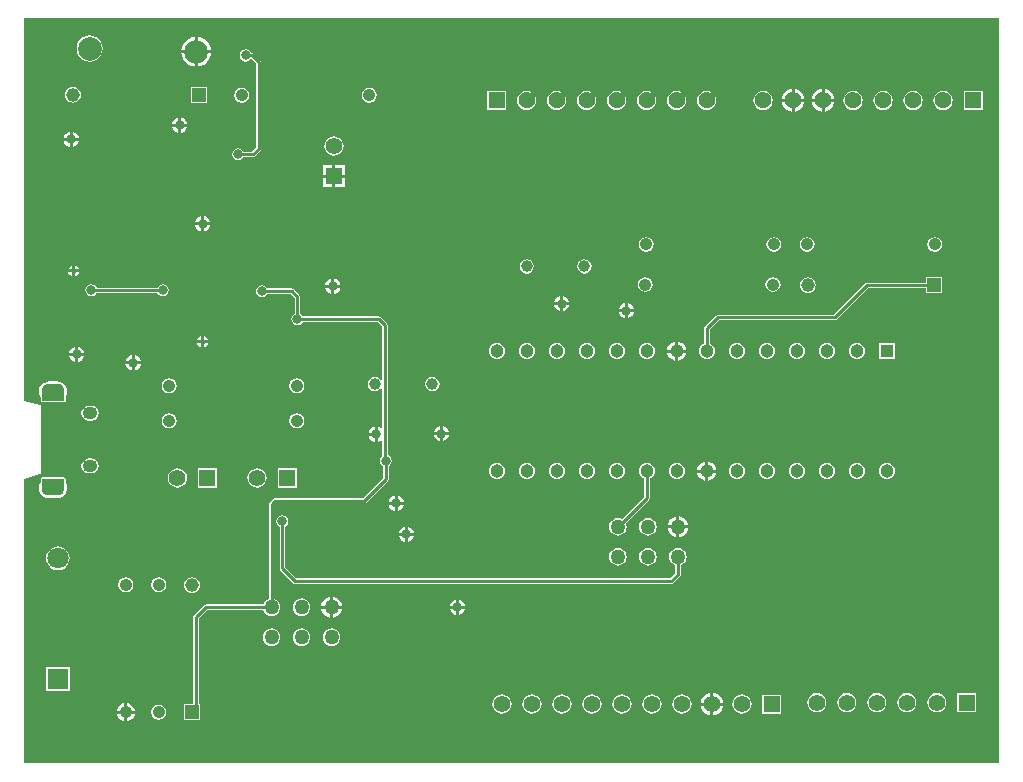
<source format=gbl>
G04*
G04 #@! TF.GenerationSoftware,Altium Limited,Altium Designer,24.10.1 (45)*
G04*
G04 Layer_Physical_Order=2*
G04 Layer_Color=16711680*
%FSLAX44Y44*%
%MOMM*%
G71*
G04*
G04 #@! TF.SameCoordinates,5747CF6B-E7E8-4C91-AA59-05DF990D4A04*
G04*
G04*
G04 #@! TF.FilePolarity,Positive*
G04*
G01*
G75*
%ADD12C,0.2540*%
%ADD41C,1.2600*%
G04:AMPARAMS|DCode=50|XSize=1.05mm|YSize=1.25mm|CornerRadius=0.525mm|HoleSize=0mm|Usage=FLASHONLY|Rotation=270.000|XOffset=0mm|YOffset=0mm|HoleType=Round|Shape=RoundedRectangle|*
%AMROUNDEDRECTD50*
21,1,1.0500,0.2000,0,0,270.0*
21,1,0.0000,1.2500,0,0,270.0*
1,1,1.0500,-0.1000,0.0000*
1,1,1.0500,-0.1000,0.0000*
1,1,1.0500,0.1000,0.0000*
1,1,1.0500,0.1000,0.0000*
%
%ADD50ROUNDEDRECTD50*%
G04:AMPARAMS|DCode=51|XSize=0.825mm|YSize=1.5mm|CornerRadius=0.4125mm|HoleSize=0mm|Usage=FLASHONLY|Rotation=270.000|XOffset=0mm|YOffset=0mm|HoleType=Round|Shape=RoundedRectangle|*
%AMROUNDEDRECTD51*
21,1,0.8250,0.6750,0,0,270.0*
21,1,0.0000,1.5000,0,0,270.0*
1,1,0.8250,-0.3375,0.0000*
1,1,0.8250,-0.3375,0.0000*
1,1,0.8250,0.3375,0.0000*
1,1,0.8250,0.3375,0.0000*
%
%ADD51ROUNDEDRECTD51*%
%ADD67C,1.4160*%
%ADD68R,1.4160X1.4160*%
%ADD69R,1.1500X1.1500*%
%ADD70C,1.1500*%
%ADD71C,1.0500*%
%ADD72R,1.8000X1.8000*%
%ADD73C,1.8000*%
%ADD74R,1.1500X1.1500*%
%ADD75R,1.4160X1.4160*%
%ADD76C,1.0000*%
%ADD77R,1.1330X1.1330*%
%ADD78C,1.1330*%
%ADD79C,1.4080*%
%ADD80R,1.4080X1.4080*%
%ADD81C,1.4250*%
%ADD82R,1.4250X1.4250*%
%ADD83C,2.0000*%
%ADD84C,1.2700*%
%ADD85C,0.8000*%
%ADD86C,0.4500*%
G36*
X1082532Y620369D02*
X257169D01*
Y860997D01*
X270702Y865510D01*
X270893Y865675D01*
X271125Y865771D01*
X271193Y865936D01*
X271328Y866053D01*
X271346Y866304D01*
X271442Y866537D01*
X271442Y922935D01*
X271323Y923223D01*
X271265Y923528D01*
X271170Y923594D01*
X271125Y923700D01*
X270838Y923820D01*
X270581Y923995D01*
X257169Y926789D01*
Y1251309D01*
X1082531D01*
X1082532Y620369D01*
D02*
G37*
%LPC*%
G36*
X403860Y1235491D02*
Y1224280D01*
X415071D01*
X414807Y1226284D01*
X413544Y1229334D01*
X411534Y1231954D01*
X408914Y1233964D01*
X405864Y1235227D01*
X403860Y1235491D01*
D02*
G37*
G36*
X401320D02*
X399316Y1235227D01*
X396266Y1233964D01*
X393646Y1231954D01*
X391636Y1229334D01*
X390373Y1226284D01*
X390109Y1224280D01*
X401320D01*
Y1235491D01*
D02*
G37*
G36*
X312420Y1236645D02*
X309548Y1236267D01*
X306873Y1235158D01*
X304575Y1233395D01*
X302812Y1231097D01*
X301703Y1228422D01*
X301325Y1225550D01*
X301703Y1222678D01*
X302812Y1220003D01*
X304575Y1217705D01*
X306873Y1215941D01*
X309548Y1214833D01*
X312420Y1214455D01*
X315292Y1214833D01*
X317967Y1215941D01*
X320265Y1217705D01*
X322029Y1220003D01*
X323137Y1222678D01*
X323515Y1225550D01*
X323137Y1228422D01*
X322029Y1231097D01*
X320265Y1233395D01*
X317967Y1235158D01*
X315292Y1236267D01*
X312420Y1236645D01*
D02*
G37*
G36*
X415071Y1221740D02*
X403860D01*
Y1210529D01*
X405864Y1210793D01*
X408914Y1212056D01*
X411534Y1214066D01*
X413544Y1216686D01*
X414807Y1219736D01*
X415071Y1221740D01*
D02*
G37*
G36*
X401320D02*
X390109D01*
X390373Y1219736D01*
X391636Y1216686D01*
X393646Y1214066D01*
X396266Y1212056D01*
X399316Y1210793D01*
X401320Y1210529D01*
Y1221740D01*
D02*
G37*
G36*
X909310Y1191301D02*
Y1182990D01*
X917621D01*
X917456Y1184243D01*
X916482Y1186594D01*
X914933Y1188613D01*
X912914Y1190162D01*
X910563Y1191136D01*
X909310Y1191301D01*
D02*
G37*
G36*
X934710D02*
Y1182990D01*
X943021D01*
X942856Y1184243D01*
X941882Y1186594D01*
X940333Y1188613D01*
X938314Y1190162D01*
X935963Y1191136D01*
X934710Y1191301D01*
D02*
G37*
G36*
X906770D02*
X905517Y1191136D01*
X903166Y1190162D01*
X901147Y1188613D01*
X899598Y1186594D01*
X898624Y1184243D01*
X898459Y1182990D01*
X906770D01*
Y1191301D01*
D02*
G37*
G36*
X932170D02*
X930917Y1191136D01*
X928566Y1190162D01*
X926547Y1188613D01*
X924998Y1186594D01*
X924024Y1184243D01*
X923859Y1182990D01*
X932170D01*
Y1191301D01*
D02*
G37*
G36*
X411880Y1193300D02*
X398380D01*
Y1179800D01*
X411880D01*
Y1193300D01*
D02*
G37*
G36*
X298130Y1193358D02*
X296368Y1193126D01*
X294726Y1192446D01*
X293316Y1191364D01*
X292234Y1189954D01*
X291554Y1188312D01*
X291322Y1186550D01*
X291554Y1184788D01*
X292234Y1183146D01*
X293316Y1181736D01*
X294726Y1180654D01*
X296368Y1179974D01*
X298130Y1179742D01*
X299892Y1179974D01*
X301534Y1180654D01*
X302944Y1181736D01*
X304026Y1183146D01*
X304706Y1184788D01*
X304938Y1186550D01*
X304706Y1188312D01*
X304026Y1189954D01*
X302944Y1191364D01*
X301534Y1192446D01*
X299892Y1193126D01*
X298130Y1193358D01*
D02*
G37*
G36*
X549100Y1192272D02*
X546661Y1191787D01*
X544594Y1190406D01*
X543213Y1188339D01*
X542728Y1185900D01*
X543213Y1183461D01*
X544594Y1181394D01*
X546661Y1180013D01*
X549100Y1179528D01*
X551539Y1180013D01*
X553606Y1181394D01*
X554987Y1183461D01*
X555472Y1185900D01*
X554987Y1188339D01*
X553606Y1190406D01*
X551539Y1191787D01*
X549100Y1192272D01*
D02*
G37*
G36*
X441100D02*
X438661Y1191787D01*
X436594Y1190406D01*
X435213Y1188339D01*
X434728Y1185900D01*
X435213Y1183461D01*
X436594Y1181394D01*
X438661Y1180013D01*
X441100Y1179528D01*
X443539Y1180013D01*
X445606Y1181394D01*
X446987Y1183461D01*
X447472Y1185900D01*
X446987Y1188339D01*
X445606Y1190406D01*
X443539Y1191787D01*
X441100Y1192272D01*
D02*
G37*
G36*
X1068565Y1189845D02*
X1052315D01*
Y1173595D01*
X1068565D01*
Y1189845D01*
D02*
G37*
G36*
X665130D02*
X648880D01*
Y1173595D01*
X665130D01*
Y1189845D01*
D02*
G37*
G36*
X1035040Y1189915D02*
X1032919Y1189636D01*
X1030943Y1188817D01*
X1029245Y1187515D01*
X1027943Y1185818D01*
X1027124Y1183841D01*
X1026845Y1181720D01*
X1027124Y1179599D01*
X1027943Y1177623D01*
X1029245Y1175925D01*
X1030943Y1174623D01*
X1032919Y1173804D01*
X1035040Y1173525D01*
X1037161Y1173804D01*
X1039138Y1174623D01*
X1040835Y1175925D01*
X1042137Y1177623D01*
X1042956Y1179599D01*
X1043235Y1181720D01*
X1042956Y1183841D01*
X1042137Y1185818D01*
X1040835Y1187515D01*
X1039138Y1188817D01*
X1037161Y1189636D01*
X1035040Y1189915D01*
D02*
G37*
G36*
X1009640D02*
X1007519Y1189636D01*
X1005543Y1188817D01*
X1003845Y1187515D01*
X1002543Y1185818D01*
X1001724Y1183841D01*
X1001445Y1181720D01*
X1001724Y1179599D01*
X1002543Y1177623D01*
X1003845Y1175925D01*
X1005543Y1174623D01*
X1007519Y1173804D01*
X1009640Y1173525D01*
X1011761Y1173804D01*
X1013738Y1174623D01*
X1015435Y1175925D01*
X1016737Y1177623D01*
X1017556Y1179599D01*
X1017835Y1181720D01*
X1017556Y1183841D01*
X1016737Y1185818D01*
X1015435Y1187515D01*
X1013738Y1188817D01*
X1011761Y1189636D01*
X1009640Y1189915D01*
D02*
G37*
G36*
X984240D02*
X982119Y1189636D01*
X980143Y1188817D01*
X978445Y1187515D01*
X977143Y1185818D01*
X976324Y1183841D01*
X976045Y1181720D01*
X976324Y1179599D01*
X977143Y1177623D01*
X978445Y1175925D01*
X980143Y1174623D01*
X982119Y1173804D01*
X984240Y1173525D01*
X986361Y1173804D01*
X988338Y1174623D01*
X990035Y1175925D01*
X991337Y1177623D01*
X992156Y1179599D01*
X992435Y1181720D01*
X992156Y1183841D01*
X991337Y1185818D01*
X990035Y1187515D01*
X988338Y1188817D01*
X986361Y1189636D01*
X984240Y1189915D01*
D02*
G37*
G36*
X958840D02*
X956719Y1189636D01*
X954743Y1188817D01*
X953045Y1187515D01*
X951743Y1185818D01*
X950924Y1183841D01*
X950645Y1181720D01*
X950924Y1179599D01*
X951743Y1177623D01*
X953045Y1175925D01*
X954743Y1174623D01*
X956719Y1173804D01*
X958840Y1173525D01*
X960961Y1173804D01*
X962938Y1174623D01*
X964635Y1175925D01*
X965937Y1177623D01*
X966756Y1179599D01*
X967035Y1181720D01*
X966756Y1183841D01*
X965937Y1185818D01*
X964635Y1187515D01*
X962938Y1188817D01*
X960961Y1189636D01*
X958840Y1189915D01*
D02*
G37*
G36*
X882640D02*
X880519Y1189636D01*
X878542Y1188817D01*
X876845Y1187515D01*
X875543Y1185818D01*
X874724Y1183841D01*
X874445Y1181720D01*
X874724Y1179599D01*
X875543Y1177623D01*
X876845Y1175925D01*
X878542Y1174623D01*
X880519Y1173804D01*
X882640Y1173525D01*
X884761Y1173804D01*
X886738Y1174623D01*
X888435Y1175925D01*
X889737Y1177623D01*
X890556Y1179599D01*
X890835Y1181720D01*
X890556Y1183841D01*
X889737Y1185818D01*
X888435Y1187515D01*
X886738Y1188817D01*
X884761Y1189636D01*
X882640Y1189915D01*
D02*
G37*
G36*
X834805D02*
X832684Y1189636D01*
X830707Y1188817D01*
X829010Y1187515D01*
X827708Y1185818D01*
X826889Y1183841D01*
X826610Y1181720D01*
X826889Y1179599D01*
X827708Y1177623D01*
X829010Y1175925D01*
X830707Y1174623D01*
X832684Y1173804D01*
X834805Y1173525D01*
X836926Y1173804D01*
X838903Y1174623D01*
X840600Y1175925D01*
X841902Y1177623D01*
X842721Y1179599D01*
X843000Y1181720D01*
X842721Y1183841D01*
X841902Y1185818D01*
X840600Y1187515D01*
X838903Y1188817D01*
X836926Y1189636D01*
X834805Y1189915D01*
D02*
G37*
G36*
X809405D02*
X807284Y1189636D01*
X805307Y1188817D01*
X803610Y1187515D01*
X802308Y1185818D01*
X801489Y1183841D01*
X801210Y1181720D01*
X801489Y1179599D01*
X802308Y1177623D01*
X803610Y1175925D01*
X805307Y1174623D01*
X807284Y1173804D01*
X809405Y1173525D01*
X811526Y1173804D01*
X813503Y1174623D01*
X815200Y1175925D01*
X816502Y1177623D01*
X817321Y1179599D01*
X817600Y1181720D01*
X817321Y1183841D01*
X816502Y1185818D01*
X815200Y1187515D01*
X813503Y1188817D01*
X811526Y1189636D01*
X809405Y1189915D01*
D02*
G37*
G36*
X784005D02*
X781884Y1189636D01*
X779908Y1188817D01*
X778210Y1187515D01*
X776908Y1185818D01*
X776089Y1183841D01*
X775810Y1181720D01*
X776089Y1179599D01*
X776908Y1177623D01*
X778210Y1175925D01*
X779908Y1174623D01*
X781884Y1173804D01*
X784005Y1173525D01*
X786126Y1173804D01*
X788103Y1174623D01*
X789800Y1175925D01*
X791102Y1177623D01*
X791921Y1179599D01*
X792200Y1181720D01*
X791921Y1183841D01*
X791102Y1185818D01*
X789800Y1187515D01*
X788103Y1188817D01*
X786126Y1189636D01*
X784005Y1189915D01*
D02*
G37*
G36*
X758605D02*
X756484Y1189636D01*
X754508Y1188817D01*
X752810Y1187515D01*
X751508Y1185818D01*
X750689Y1183841D01*
X750410Y1181720D01*
X750689Y1179599D01*
X751508Y1177623D01*
X752810Y1175925D01*
X754508Y1174623D01*
X756484Y1173804D01*
X758605Y1173525D01*
X760726Y1173804D01*
X762703Y1174623D01*
X764400Y1175925D01*
X765702Y1177623D01*
X766521Y1179599D01*
X766800Y1181720D01*
X766521Y1183841D01*
X765702Y1185818D01*
X764400Y1187515D01*
X762703Y1188817D01*
X760726Y1189636D01*
X758605Y1189915D01*
D02*
G37*
G36*
X733205D02*
X731084Y1189636D01*
X729108Y1188817D01*
X727410Y1187515D01*
X726108Y1185818D01*
X725289Y1183841D01*
X725010Y1181720D01*
X725289Y1179599D01*
X726108Y1177623D01*
X727410Y1175925D01*
X729108Y1174623D01*
X731084Y1173804D01*
X733205Y1173525D01*
X735326Y1173804D01*
X737303Y1174623D01*
X739000Y1175925D01*
X740302Y1177623D01*
X741121Y1179599D01*
X741400Y1181720D01*
X741121Y1183841D01*
X740302Y1185818D01*
X739000Y1187515D01*
X737303Y1188817D01*
X735326Y1189636D01*
X733205Y1189915D01*
D02*
G37*
G36*
X707805D02*
X705684Y1189636D01*
X703708Y1188817D01*
X702010Y1187515D01*
X700708Y1185818D01*
X699889Y1183841D01*
X699610Y1181720D01*
X699889Y1179599D01*
X700708Y1177623D01*
X702010Y1175925D01*
X703708Y1174623D01*
X705684Y1173804D01*
X707805Y1173525D01*
X709926Y1173804D01*
X711903Y1174623D01*
X713600Y1175925D01*
X714902Y1177623D01*
X715721Y1179599D01*
X716000Y1181720D01*
X715721Y1183841D01*
X714902Y1185818D01*
X713600Y1187515D01*
X711903Y1188817D01*
X709926Y1189636D01*
X707805Y1189915D01*
D02*
G37*
G36*
X682405D02*
X680284Y1189636D01*
X678307Y1188817D01*
X676610Y1187515D01*
X675308Y1185818D01*
X674489Y1183841D01*
X674210Y1181720D01*
X674489Y1179599D01*
X675308Y1177623D01*
X676610Y1175925D01*
X678307Y1174623D01*
X680284Y1173804D01*
X682405Y1173525D01*
X684526Y1173804D01*
X686503Y1174623D01*
X688200Y1175925D01*
X689502Y1177623D01*
X690321Y1179599D01*
X690600Y1181720D01*
X690321Y1183841D01*
X689502Y1185818D01*
X688200Y1187515D01*
X686503Y1188817D01*
X684526Y1189636D01*
X682405Y1189915D01*
D02*
G37*
G36*
X943021Y1180450D02*
X934710D01*
Y1172139D01*
X935963Y1172304D01*
X938314Y1173278D01*
X940333Y1174827D01*
X941882Y1176846D01*
X942856Y1179197D01*
X943021Y1180450D01*
D02*
G37*
G36*
X917621D02*
X909310D01*
Y1172139D01*
X910563Y1172304D01*
X912914Y1173278D01*
X914933Y1174827D01*
X916482Y1176846D01*
X917456Y1179197D01*
X917621Y1180450D01*
D02*
G37*
G36*
X932170D02*
X923859D01*
X924024Y1179197D01*
X924998Y1176846D01*
X926547Y1174827D01*
X928566Y1173278D01*
X930917Y1172304D01*
X932170Y1172139D01*
Y1180450D01*
D02*
G37*
G36*
X906770D02*
X898459D01*
X898624Y1179197D01*
X899598Y1176846D01*
X901147Y1174827D01*
X903166Y1173278D01*
X905517Y1172304D01*
X906770Y1172139D01*
Y1180450D01*
D02*
G37*
G36*
X389870Y1167229D02*
Y1162070D01*
X395029D01*
X394972Y1162507D01*
X394313Y1164098D01*
X393264Y1165464D01*
X391898Y1166513D01*
X390307Y1167172D01*
X389870Y1167229D01*
D02*
G37*
G36*
X387330D02*
X386893Y1167172D01*
X385302Y1166513D01*
X383936Y1165464D01*
X382887Y1164098D01*
X382228Y1162507D01*
X382171Y1162070D01*
X387330D01*
Y1167229D01*
D02*
G37*
G36*
X395029Y1159530D02*
X389870D01*
Y1154371D01*
X390307Y1154428D01*
X391898Y1155087D01*
X393264Y1156136D01*
X394313Y1157502D01*
X394972Y1159093D01*
X395029Y1159530D01*
D02*
G37*
G36*
X387330D02*
X382171D01*
X382228Y1159093D01*
X382887Y1157502D01*
X383936Y1156136D01*
X385302Y1155087D01*
X386893Y1154428D01*
X387330Y1154371D01*
Y1159530D01*
D02*
G37*
G36*
X298020Y1155179D02*
Y1150020D01*
X303179D01*
X303122Y1150457D01*
X302463Y1152048D01*
X301414Y1153414D01*
X300048Y1154463D01*
X298457Y1155122D01*
X298020Y1155179D01*
D02*
G37*
G36*
X295480D02*
X295043Y1155122D01*
X293452Y1154463D01*
X292086Y1153414D01*
X291037Y1152048D01*
X290378Y1150457D01*
X290321Y1150020D01*
X295480D01*
Y1155179D01*
D02*
G37*
G36*
X303179Y1147480D02*
X298020D01*
Y1142321D01*
X298457Y1142378D01*
X300048Y1143037D01*
X301414Y1144086D01*
X302463Y1145452D01*
X303122Y1147043D01*
X303179Y1147480D01*
D02*
G37*
G36*
X295480D02*
X290321D01*
X290378Y1147043D01*
X291037Y1145452D01*
X292086Y1144086D01*
X293452Y1143037D01*
X295043Y1142378D01*
X295480Y1142321D01*
Y1147480D01*
D02*
G37*
G36*
X444500Y1224798D02*
X442549Y1224410D01*
X440895Y1223305D01*
X439790Y1221651D01*
X439402Y1219700D01*
X439790Y1217749D01*
X440895Y1216095D01*
X442549Y1214990D01*
X444500Y1214602D01*
X446451Y1214990D01*
X448105Y1216095D01*
X448280Y1216358D01*
X449544Y1216482D01*
X453186Y1212841D01*
Y1141859D01*
X449541Y1138214D01*
X442567D01*
X441705Y1139505D01*
X440051Y1140610D01*
X438100Y1140998D01*
X436149Y1140610D01*
X434495Y1139505D01*
X433390Y1137851D01*
X433002Y1135900D01*
X433390Y1133949D01*
X434495Y1132295D01*
X436149Y1131190D01*
X438100Y1130802D01*
X440051Y1131190D01*
X441705Y1132295D01*
X442567Y1133586D01*
X450500D01*
X451386Y1133762D01*
X452137Y1134263D01*
X457137Y1139263D01*
X457638Y1140014D01*
X457814Y1140900D01*
Y1213800D01*
X457638Y1214686D01*
X457137Y1215437D01*
X451237Y1221337D01*
X450486Y1221838D01*
X449600Y1222014D01*
X448967D01*
X448105Y1223305D01*
X446451Y1224410D01*
X444500Y1224798D01*
D02*
G37*
G36*
X519300Y1151150D02*
X517191Y1150872D01*
X515225Y1150058D01*
X513537Y1148763D01*
X512242Y1147075D01*
X511428Y1145109D01*
X511150Y1143000D01*
X511428Y1140891D01*
X512242Y1138925D01*
X513537Y1137237D01*
X515225Y1135942D01*
X517191Y1135128D01*
X519300Y1134850D01*
X521409Y1135128D01*
X523375Y1135942D01*
X525063Y1137237D01*
X526358Y1138925D01*
X527172Y1140891D01*
X527450Y1143000D01*
X527172Y1145109D01*
X526358Y1147075D01*
X525063Y1148763D01*
X523375Y1150058D01*
X521409Y1150872D01*
X519300Y1151150D01*
D02*
G37*
G36*
X528920Y1127220D02*
X520570D01*
Y1118870D01*
X528920D01*
Y1127220D01*
D02*
G37*
G36*
X518030D02*
X509680D01*
Y1118870D01*
X518030D01*
Y1127220D01*
D02*
G37*
G36*
X528920Y1116330D02*
X520570D01*
Y1107980D01*
X528920D01*
Y1116330D01*
D02*
G37*
G36*
X518030D02*
X509680D01*
Y1107980D01*
X518030D01*
Y1116330D01*
D02*
G37*
G36*
X409370Y1083629D02*
Y1078470D01*
X414529D01*
X414472Y1078907D01*
X413813Y1080498D01*
X412764Y1081864D01*
X411398Y1082913D01*
X409807Y1083572D01*
X409370Y1083629D01*
D02*
G37*
G36*
X406830D02*
X406393Y1083572D01*
X404802Y1082913D01*
X403436Y1081864D01*
X402387Y1080498D01*
X401728Y1078907D01*
X401671Y1078470D01*
X406830D01*
Y1083629D01*
D02*
G37*
G36*
X414529Y1075930D02*
X409370D01*
Y1070771D01*
X409807Y1070828D01*
X411398Y1071487D01*
X412764Y1072536D01*
X413813Y1073902D01*
X414472Y1075493D01*
X414529Y1075930D01*
D02*
G37*
G36*
X406830D02*
X401671D01*
X401728Y1075493D01*
X402387Y1073902D01*
X403436Y1072536D01*
X404802Y1071487D01*
X406393Y1070828D01*
X406830Y1070771D01*
Y1075930D01*
D02*
G37*
G36*
X1027900Y1066072D02*
X1025461Y1065587D01*
X1023394Y1064206D01*
X1022013Y1062139D01*
X1021528Y1059700D01*
X1022013Y1057261D01*
X1023394Y1055194D01*
X1025461Y1053813D01*
X1027900Y1053328D01*
X1030339Y1053813D01*
X1032406Y1055194D01*
X1033787Y1057261D01*
X1034273Y1059700D01*
X1033787Y1062139D01*
X1032406Y1064206D01*
X1030339Y1065587D01*
X1027900Y1066072D01*
D02*
G37*
G36*
X919900D02*
X917461Y1065587D01*
X915394Y1064206D01*
X914013Y1062139D01*
X913528Y1059700D01*
X914013Y1057261D01*
X915394Y1055194D01*
X917461Y1053813D01*
X919900Y1053328D01*
X922339Y1053813D01*
X924406Y1055194D01*
X925787Y1057261D01*
X926273Y1059700D01*
X925787Y1062139D01*
X924406Y1064206D01*
X922339Y1065587D01*
X919900Y1066072D01*
D02*
G37*
G36*
X891700D02*
X889261Y1065587D01*
X887194Y1064206D01*
X885813Y1062139D01*
X885328Y1059700D01*
X885813Y1057261D01*
X887194Y1055194D01*
X889261Y1053813D01*
X891700Y1053328D01*
X894139Y1053813D01*
X896206Y1055194D01*
X897587Y1057261D01*
X898073Y1059700D01*
X897587Y1062139D01*
X896206Y1064206D01*
X894139Y1065587D01*
X891700Y1066072D01*
D02*
G37*
G36*
X783700D02*
X781261Y1065587D01*
X779194Y1064206D01*
X777813Y1062139D01*
X777328Y1059700D01*
X777813Y1057261D01*
X779194Y1055194D01*
X781261Y1053813D01*
X783700Y1053328D01*
X786139Y1053813D01*
X788206Y1055194D01*
X789587Y1057261D01*
X790072Y1059700D01*
X789587Y1062139D01*
X788206Y1064206D01*
X786139Y1065587D01*
X783700Y1066072D01*
D02*
G37*
G36*
X300270Y1041931D02*
Y1038570D01*
X303631D01*
X303512Y1039169D01*
X302453Y1040753D01*
X300869Y1041812D01*
X300270Y1041931D01*
D02*
G37*
G36*
X297730D02*
X297131Y1041812D01*
X295547Y1040753D01*
X294488Y1039169D01*
X294369Y1038570D01*
X297730D01*
Y1041931D01*
D02*
G37*
G36*
X731300Y1047318D02*
X728959Y1046852D01*
X726974Y1045526D01*
X725648Y1043541D01*
X725182Y1041200D01*
X725648Y1038859D01*
X726974Y1036874D01*
X728959Y1035548D01*
X731300Y1035082D01*
X733641Y1035548D01*
X735626Y1036874D01*
X736952Y1038859D01*
X737418Y1041200D01*
X736952Y1043541D01*
X735626Y1045526D01*
X733641Y1046852D01*
X731300Y1047318D01*
D02*
G37*
G36*
X682500D02*
X680159Y1046852D01*
X678174Y1045526D01*
X676848Y1043541D01*
X676383Y1041200D01*
X676848Y1038859D01*
X678174Y1036874D01*
X680159Y1035548D01*
X682500Y1035082D01*
X684841Y1035548D01*
X686826Y1036874D01*
X688152Y1038859D01*
X688618Y1041200D01*
X688152Y1043541D01*
X686826Y1045526D01*
X684841Y1046852D01*
X682500Y1047318D01*
D02*
G37*
G36*
X303631Y1036030D02*
X300270D01*
Y1032669D01*
X300869Y1032788D01*
X302453Y1033847D01*
X303512Y1035431D01*
X303631Y1036030D01*
D02*
G37*
G36*
X297730D02*
X294369D01*
X294488Y1035431D01*
X295547Y1033847D01*
X297131Y1032788D01*
X297730Y1032669D01*
Y1036030D01*
D02*
G37*
G36*
X519670Y1030829D02*
Y1025670D01*
X524829D01*
X524772Y1026107D01*
X524113Y1027698D01*
X523064Y1029064D01*
X521698Y1030113D01*
X520107Y1030772D01*
X519670Y1030829D01*
D02*
G37*
G36*
X517130D02*
X516693Y1030772D01*
X515102Y1030113D01*
X513736Y1029064D01*
X512687Y1027698D01*
X512028Y1026107D01*
X511971Y1025670D01*
X517130D01*
Y1030829D01*
D02*
G37*
G36*
X891000Y1032172D02*
X888561Y1031687D01*
X886494Y1030306D01*
X885113Y1028239D01*
X884628Y1025800D01*
X885113Y1023362D01*
X886494Y1021294D01*
X888561Y1019913D01*
X891000Y1019428D01*
X893439Y1019913D01*
X895506Y1021294D01*
X896888Y1023362D01*
X897373Y1025800D01*
X896888Y1028239D01*
X895506Y1030306D01*
X893439Y1031687D01*
X891000Y1032172D01*
D02*
G37*
G36*
X783000D02*
X780561Y1031687D01*
X778494Y1030306D01*
X777113Y1028239D01*
X776628Y1025800D01*
X777113Y1023362D01*
X778494Y1021294D01*
X780561Y1019913D01*
X783000Y1019428D01*
X785439Y1019913D01*
X787506Y1021294D01*
X788887Y1023362D01*
X789372Y1025800D01*
X788887Y1028239D01*
X787506Y1030306D01*
X785439Y1031687D01*
X783000Y1032172D01*
D02*
G37*
G36*
X1034150Y1031900D02*
X1020650D01*
Y1027465D01*
X970850D01*
X969964Y1027288D01*
X969213Y1026787D01*
X942641Y1000214D01*
X844288D01*
X843402Y1000038D01*
X842651Y999537D01*
X833363Y990249D01*
X832862Y989498D01*
X832686Y988612D01*
Y975755D01*
X831639Y975322D01*
X830247Y974253D01*
X829178Y972861D01*
X828507Y971240D01*
X828278Y969500D01*
X828507Y967760D01*
X829178Y966139D01*
X830247Y964746D01*
X831639Y963678D01*
X833260Y963007D01*
X835000Y962777D01*
X836740Y963007D01*
X838361Y963678D01*
X839754Y964746D01*
X840822Y966139D01*
X841494Y967760D01*
X841722Y969500D01*
X841494Y971240D01*
X840822Y972861D01*
X839754Y974253D01*
X838361Y975322D01*
X837315Y975755D01*
Y987654D01*
X845247Y995585D01*
X943600D01*
X944486Y995762D01*
X945237Y996263D01*
X971809Y1022836D01*
X1020650D01*
Y1018400D01*
X1034150D01*
Y1031900D01*
D02*
G37*
G36*
X920400Y1031958D02*
X918638Y1031726D01*
X916996Y1031046D01*
X915586Y1029964D01*
X914504Y1028554D01*
X913824Y1026912D01*
X913592Y1025150D01*
X913824Y1023388D01*
X914504Y1021746D01*
X915586Y1020336D01*
X916996Y1019254D01*
X918638Y1018574D01*
X920400Y1018342D01*
X922162Y1018574D01*
X923804Y1019254D01*
X925214Y1020336D01*
X926296Y1021746D01*
X926976Y1023388D01*
X927208Y1025150D01*
X926976Y1026912D01*
X926296Y1028554D01*
X925214Y1029964D01*
X923804Y1031046D01*
X922162Y1031726D01*
X920400Y1031958D01*
D02*
G37*
G36*
X524829Y1023130D02*
X519670D01*
Y1017971D01*
X520107Y1018028D01*
X521698Y1018687D01*
X523064Y1019736D01*
X524113Y1021102D01*
X524772Y1022693D01*
X524829Y1023130D01*
D02*
G37*
G36*
X517130D02*
X511971D01*
X512028Y1022693D01*
X512687Y1021102D01*
X513736Y1019736D01*
X515102Y1018687D01*
X516693Y1018028D01*
X517130Y1017971D01*
Y1023130D01*
D02*
G37*
G36*
X313800Y1026098D02*
X311849Y1025710D01*
X310195Y1024605D01*
X309090Y1022951D01*
X308702Y1021000D01*
X309090Y1019049D01*
X310195Y1017395D01*
X311849Y1016290D01*
X313800Y1015902D01*
X315751Y1016290D01*
X317405Y1017395D01*
X318200Y1018586D01*
X369866D01*
X370795Y1017195D01*
X372449Y1016090D01*
X374400Y1015702D01*
X376351Y1016090D01*
X378005Y1017195D01*
X379110Y1018849D01*
X379498Y1020800D01*
X379110Y1022751D01*
X378005Y1024405D01*
X376351Y1025510D01*
X374400Y1025898D01*
X372449Y1025510D01*
X370795Y1024405D01*
X370000Y1023214D01*
X318334D01*
X317405Y1024605D01*
X315751Y1025710D01*
X313800Y1026098D01*
D02*
G37*
G36*
X713270Y1016129D02*
Y1010970D01*
X718429D01*
X718372Y1011407D01*
X717713Y1012998D01*
X716664Y1014364D01*
X715298Y1015413D01*
X713707Y1016072D01*
X713270Y1016129D01*
D02*
G37*
G36*
X710730D02*
X710293Y1016072D01*
X708702Y1015413D01*
X707336Y1014364D01*
X706287Y1012998D01*
X705628Y1011407D01*
X705571Y1010970D01*
X710730D01*
Y1016129D01*
D02*
G37*
G36*
X768070Y1010029D02*
Y1004870D01*
X773229D01*
X773172Y1005307D01*
X772513Y1006898D01*
X771464Y1008264D01*
X770098Y1009313D01*
X768507Y1009972D01*
X768070Y1010029D01*
D02*
G37*
G36*
X765530D02*
X765093Y1009972D01*
X763502Y1009313D01*
X762136Y1008264D01*
X761087Y1006898D01*
X760428Y1005307D01*
X760371Y1004870D01*
X765530D01*
Y1010029D01*
D02*
G37*
G36*
X718429Y1008430D02*
X713270D01*
Y1003271D01*
X713707Y1003328D01*
X715298Y1003987D01*
X716664Y1005036D01*
X717713Y1006402D01*
X718372Y1007993D01*
X718429Y1008430D01*
D02*
G37*
G36*
X710730D02*
X705571D01*
X705628Y1007993D01*
X706287Y1006402D01*
X707336Y1005036D01*
X708702Y1003987D01*
X710293Y1003328D01*
X710730Y1003271D01*
Y1008430D01*
D02*
G37*
G36*
X773229Y1002330D02*
X768070D01*
Y997171D01*
X768507Y997228D01*
X770098Y997887D01*
X771464Y998936D01*
X772513Y1000302D01*
X773172Y1001893D01*
X773229Y1002330D01*
D02*
G37*
G36*
X765530D02*
X760371D01*
X760428Y1001893D01*
X761087Y1000302D01*
X762136Y998936D01*
X763502Y997887D01*
X765093Y997228D01*
X765530Y997171D01*
Y1002330D01*
D02*
G37*
G36*
X409320Y982081D02*
Y978720D01*
X412681D01*
X412562Y979319D01*
X411503Y980903D01*
X409919Y981962D01*
X409320Y982081D01*
D02*
G37*
G36*
X406780D02*
X406181Y981962D01*
X404597Y980903D01*
X403538Y979319D01*
X403419Y978720D01*
X406780D01*
Y982081D01*
D02*
G37*
G36*
X412681Y976180D02*
X409320D01*
Y972819D01*
X409919Y972938D01*
X411503Y973997D01*
X412562Y975581D01*
X412681Y976180D01*
D02*
G37*
G36*
X406780D02*
X403419D01*
X403538Y975581D01*
X404597Y973997D01*
X406181Y972938D01*
X406780Y972819D01*
Y976180D01*
D02*
G37*
G36*
X810870Y977609D02*
Y970770D01*
X817709D01*
X817594Y971642D01*
X816767Y973638D01*
X815452Y975352D01*
X813738Y976667D01*
X811742Y977494D01*
X810870Y977609D01*
D02*
G37*
G36*
X808330D02*
X807458Y977494D01*
X805462Y976667D01*
X803748Y975352D01*
X802433Y973638D01*
X801606Y971642D01*
X801491Y970770D01*
X808330D01*
Y977609D01*
D02*
G37*
G36*
X302770Y973129D02*
Y967970D01*
X307929D01*
X307872Y968407D01*
X307213Y969998D01*
X306164Y971364D01*
X304798Y972413D01*
X303207Y973072D01*
X302770Y973129D01*
D02*
G37*
G36*
X300230D02*
X299793Y973072D01*
X298202Y972413D01*
X296836Y971364D01*
X295787Y969998D01*
X295128Y968407D01*
X295071Y967970D01*
X300230D01*
Y973129D01*
D02*
G37*
G36*
X994065Y976165D02*
X980735D01*
Y962835D01*
X994065D01*
Y976165D01*
D02*
G37*
G36*
X962000Y976223D02*
X960260Y975993D01*
X958639Y975322D01*
X957246Y974253D01*
X956178Y972861D01*
X955507Y971240D01*
X955278Y969500D01*
X955507Y967760D01*
X956178Y966139D01*
X957246Y964746D01*
X958639Y963678D01*
X960260Y963007D01*
X962000Y962777D01*
X963740Y963007D01*
X965361Y963678D01*
X966754Y964746D01*
X967822Y966139D01*
X968493Y967760D01*
X968723Y969500D01*
X968493Y971240D01*
X967822Y972861D01*
X966754Y974253D01*
X965361Y975322D01*
X963740Y975993D01*
X962000Y976223D01*
D02*
G37*
G36*
X936600D02*
X934860Y975993D01*
X933239Y975322D01*
X931846Y974253D01*
X930778Y972861D01*
X930107Y971240D01*
X929878Y969500D01*
X930107Y967760D01*
X930778Y966139D01*
X931846Y964746D01*
X933239Y963678D01*
X934860Y963007D01*
X936600Y962777D01*
X938340Y963007D01*
X939961Y963678D01*
X941354Y964746D01*
X942422Y966139D01*
X943093Y967760D01*
X943323Y969500D01*
X943093Y971240D01*
X942422Y972861D01*
X941354Y974253D01*
X939961Y975322D01*
X938340Y975993D01*
X936600Y976223D01*
D02*
G37*
G36*
X911200D02*
X909460Y975993D01*
X907839Y975322D01*
X906447Y974253D01*
X905378Y972861D01*
X904707Y971240D01*
X904478Y969500D01*
X904707Y967760D01*
X905378Y966139D01*
X906447Y964746D01*
X907839Y963678D01*
X909460Y963007D01*
X911200Y962777D01*
X912940Y963007D01*
X914561Y963678D01*
X915954Y964746D01*
X917022Y966139D01*
X917693Y967760D01*
X917923Y969500D01*
X917693Y971240D01*
X917022Y972861D01*
X915954Y974253D01*
X914561Y975322D01*
X912940Y975993D01*
X911200Y976223D01*
D02*
G37*
G36*
X885800D02*
X884060Y975993D01*
X882439Y975322D01*
X881047Y974253D01*
X879978Y972861D01*
X879307Y971240D01*
X879078Y969500D01*
X879307Y967760D01*
X879978Y966139D01*
X881047Y964746D01*
X882439Y963678D01*
X884060Y963007D01*
X885800Y962777D01*
X887540Y963007D01*
X889161Y963678D01*
X890554Y964746D01*
X891622Y966139D01*
X892293Y967760D01*
X892523Y969500D01*
X892293Y971240D01*
X891622Y972861D01*
X890554Y974253D01*
X889161Y975322D01*
X887540Y975993D01*
X885800Y976223D01*
D02*
G37*
G36*
X860400D02*
X858660Y975993D01*
X857039Y975322D01*
X855647Y974253D01*
X854578Y972861D01*
X853907Y971240D01*
X853678Y969500D01*
X853907Y967760D01*
X854578Y966139D01*
X855647Y964746D01*
X857039Y963678D01*
X858660Y963007D01*
X860400Y962777D01*
X862140Y963007D01*
X863761Y963678D01*
X865154Y964746D01*
X866222Y966139D01*
X866893Y967760D01*
X867122Y969500D01*
X866893Y971240D01*
X866222Y972861D01*
X865154Y974253D01*
X863761Y975322D01*
X862140Y975993D01*
X860400Y976223D01*
D02*
G37*
G36*
X784200D02*
X782460Y975993D01*
X780839Y975322D01*
X779446Y974253D01*
X778378Y972861D01*
X777707Y971240D01*
X777478Y969500D01*
X777707Y967760D01*
X778378Y966139D01*
X779446Y964746D01*
X780839Y963678D01*
X782460Y963007D01*
X784200Y962777D01*
X785940Y963007D01*
X787561Y963678D01*
X788954Y964746D01*
X790022Y966139D01*
X790694Y967760D01*
X790922Y969500D01*
X790694Y971240D01*
X790022Y972861D01*
X788954Y974253D01*
X787561Y975322D01*
X785940Y975993D01*
X784200Y976223D01*
D02*
G37*
G36*
X758800D02*
X757060Y975993D01*
X755439Y975322D01*
X754046Y974253D01*
X752978Y972861D01*
X752307Y971240D01*
X752078Y969500D01*
X752307Y967760D01*
X752978Y966139D01*
X754046Y964746D01*
X755439Y963678D01*
X757060Y963007D01*
X758800Y962777D01*
X760540Y963007D01*
X762161Y963678D01*
X763554Y964746D01*
X764622Y966139D01*
X765294Y967760D01*
X765523Y969500D01*
X765294Y971240D01*
X764622Y972861D01*
X763554Y974253D01*
X762161Y975322D01*
X760540Y975993D01*
X758800Y976223D01*
D02*
G37*
G36*
X733400D02*
X731660Y975993D01*
X730039Y975322D01*
X728646Y974253D01*
X727578Y972861D01*
X726907Y971240D01*
X726678Y969500D01*
X726907Y967760D01*
X727578Y966139D01*
X728646Y964746D01*
X730039Y963678D01*
X731660Y963007D01*
X733400Y962777D01*
X735140Y963007D01*
X736761Y963678D01*
X738154Y964746D01*
X739222Y966139D01*
X739893Y967760D01*
X740123Y969500D01*
X739893Y971240D01*
X739222Y972861D01*
X738154Y974253D01*
X736761Y975322D01*
X735140Y975993D01*
X733400Y976223D01*
D02*
G37*
G36*
X708000D02*
X706260Y975993D01*
X704639Y975322D01*
X703247Y974253D01*
X702178Y972861D01*
X701507Y971240D01*
X701278Y969500D01*
X701507Y967760D01*
X702178Y966139D01*
X703247Y964746D01*
X704639Y963678D01*
X706260Y963007D01*
X708000Y962777D01*
X709740Y963007D01*
X711361Y963678D01*
X712754Y964746D01*
X713822Y966139D01*
X714493Y967760D01*
X714723Y969500D01*
X714493Y971240D01*
X713822Y972861D01*
X712754Y974253D01*
X711361Y975322D01*
X709740Y975993D01*
X708000Y976223D01*
D02*
G37*
G36*
X682600D02*
X680860Y975993D01*
X679239Y975322D01*
X677847Y974253D01*
X676778Y972861D01*
X676107Y971240D01*
X675878Y969500D01*
X676107Y967760D01*
X676778Y966139D01*
X677847Y964746D01*
X679239Y963678D01*
X680860Y963007D01*
X682600Y962777D01*
X684340Y963007D01*
X685961Y963678D01*
X687354Y964746D01*
X688422Y966139D01*
X689093Y967760D01*
X689323Y969500D01*
X689093Y971240D01*
X688422Y972861D01*
X687354Y974253D01*
X685961Y975322D01*
X684340Y975993D01*
X682600Y976223D01*
D02*
G37*
G36*
X657200D02*
X655460Y975993D01*
X653839Y975322D01*
X652447Y974253D01*
X651378Y972861D01*
X650707Y971240D01*
X650478Y969500D01*
X650707Y967760D01*
X651378Y966139D01*
X652447Y964746D01*
X653839Y963678D01*
X655460Y963007D01*
X657200Y962777D01*
X658940Y963007D01*
X660561Y963678D01*
X661954Y964746D01*
X663022Y966139D01*
X663693Y967760D01*
X663923Y969500D01*
X663693Y971240D01*
X663022Y972861D01*
X661954Y974253D01*
X660561Y975322D01*
X658940Y975993D01*
X657200Y976223D01*
D02*
G37*
G36*
X817709Y968230D02*
X810870D01*
Y961391D01*
X811742Y961506D01*
X813738Y962333D01*
X815452Y963648D01*
X816767Y965362D01*
X817594Y967358D01*
X817709Y968230D01*
D02*
G37*
G36*
X808330D02*
X801491D01*
X801606Y967358D01*
X802433Y965362D01*
X803748Y963648D01*
X805462Y962333D01*
X807458Y961506D01*
X808330Y961391D01*
Y968230D01*
D02*
G37*
G36*
X350470Y965929D02*
Y960770D01*
X355629D01*
X355572Y961207D01*
X354913Y962798D01*
X353864Y964164D01*
X352498Y965213D01*
X350907Y965872D01*
X350470Y965929D01*
D02*
G37*
G36*
X347930D02*
X347493Y965872D01*
X345902Y965213D01*
X344536Y964164D01*
X343487Y962798D01*
X342828Y961207D01*
X342771Y960770D01*
X347930D01*
Y965929D01*
D02*
G37*
G36*
X307929Y965430D02*
X302770D01*
Y960271D01*
X303207Y960328D01*
X304798Y960987D01*
X306164Y962036D01*
X307213Y963402D01*
X307872Y964993D01*
X307929Y965430D01*
D02*
G37*
G36*
X300230D02*
X295071D01*
X295128Y964993D01*
X295787Y963402D01*
X296836Y962036D01*
X298202Y960987D01*
X299793Y960328D01*
X300230Y960271D01*
Y965430D01*
D02*
G37*
G36*
X355629Y958230D02*
X350470D01*
Y953071D01*
X350907Y953128D01*
X352498Y953787D01*
X353864Y954836D01*
X354913Y956202D01*
X355572Y957793D01*
X355629Y958230D01*
D02*
G37*
G36*
X347930D02*
X342771D01*
X342828Y957793D01*
X343487Y956202D01*
X344536Y954836D01*
X345902Y953787D01*
X347493Y953128D01*
X347930Y953071D01*
Y958230D01*
D02*
G37*
G36*
X458300Y1025298D02*
X456349Y1024910D01*
X454695Y1023805D01*
X453590Y1022151D01*
X453202Y1020200D01*
X453590Y1018249D01*
X454695Y1016595D01*
X456349Y1015490D01*
X458300Y1015102D01*
X460251Y1015490D01*
X461905Y1016595D01*
X462767Y1017886D01*
X482741D01*
X485985Y1014641D01*
Y1005389D01*
X485985Y1005389D01*
Y1000967D01*
X484695Y1000105D01*
X483590Y998451D01*
X483202Y996500D01*
X483590Y994549D01*
X484695Y992895D01*
X486349Y991790D01*
X488300Y991402D01*
X490251Y991790D01*
X491905Y992895D01*
X492767Y994185D01*
X556241D01*
X559986Y990441D01*
Y945428D01*
X558716Y945043D01*
X558126Y945926D01*
X556141Y947252D01*
X553800Y947718D01*
X551459Y947252D01*
X549474Y945926D01*
X548148Y943941D01*
X547682Y941600D01*
X548148Y939259D01*
X549474Y937274D01*
X551459Y935948D01*
X553800Y935482D01*
X556141Y935948D01*
X558126Y937274D01*
X558716Y938157D01*
X559986Y937772D01*
Y905142D01*
X558716Y904516D01*
X558198Y904913D01*
X556607Y905572D01*
X556170Y905629D01*
Y899200D01*
Y892771D01*
X556607Y892828D01*
X558198Y893487D01*
X558716Y893884D01*
X559986Y893258D01*
Y880466D01*
X559595Y880205D01*
X558490Y878551D01*
X558102Y876600D01*
X558490Y874649D01*
X559595Y872995D01*
X560886Y872133D01*
Y861859D01*
X544041Y845014D01*
X469500D01*
X468614Y844838D01*
X467863Y844337D01*
X464863Y841337D01*
X464362Y840586D01*
X464185Y839700D01*
Y759597D01*
X462793Y759020D01*
X461258Y757842D01*
X460080Y756307D01*
X459503Y754914D01*
X411000D01*
X410114Y754738D01*
X409363Y754237D01*
X400663Y745537D01*
X400162Y744786D01*
X399986Y743900D01*
Y670850D01*
X392550D01*
Y657350D01*
X406050D01*
Y670850D01*
X404614D01*
Y742941D01*
X411959Y750285D01*
X459503D01*
X460080Y748893D01*
X461258Y747358D01*
X462793Y746180D01*
X464581Y745439D01*
X466500Y745187D01*
X468419Y745439D01*
X470207Y746180D01*
X471742Y747358D01*
X472920Y748893D01*
X473661Y750681D01*
X473913Y752600D01*
X473661Y754519D01*
X472920Y756307D01*
X471742Y757842D01*
X470207Y759020D01*
X468815Y759597D01*
Y838741D01*
X470459Y840386D01*
X545000D01*
X545886Y840562D01*
X546637Y841063D01*
X564837Y859263D01*
X565338Y860014D01*
X565514Y860900D01*
Y872133D01*
X566805Y872995D01*
X567910Y874649D01*
X568298Y876600D01*
X567910Y878551D01*
X566805Y880205D01*
X565151Y881310D01*
X564614Y881417D01*
Y991400D01*
X564438Y992286D01*
X563937Y993037D01*
X558837Y998137D01*
X558086Y998638D01*
X557200Y998814D01*
X492767D01*
X491905Y1000105D01*
X490615Y1000967D01*
Y1005389D01*
X490615Y1005389D01*
Y1015600D01*
X490438Y1016486D01*
X489937Y1017237D01*
X485337Y1021837D01*
X484586Y1022338D01*
X483700Y1022514D01*
X462767D01*
X461905Y1023805D01*
X460251Y1024910D01*
X458300Y1025298D01*
D02*
G37*
G36*
X602600Y947718D02*
X600259Y947252D01*
X598274Y945926D01*
X596948Y943941D01*
X596482Y941600D01*
X596948Y939259D01*
X598274Y937274D01*
X600259Y935948D01*
X602600Y935482D01*
X604941Y935948D01*
X606926Y937274D01*
X608252Y939259D01*
X608717Y941600D01*
X608252Y943941D01*
X606926Y945926D01*
X604941Y947252D01*
X602600Y947718D01*
D02*
G37*
G36*
X487800Y946472D02*
X485361Y945987D01*
X483294Y944606D01*
X481913Y942539D01*
X481428Y940100D01*
X481913Y937661D01*
X483294Y935594D01*
X485361Y934213D01*
X487800Y933727D01*
X490239Y934213D01*
X492306Y935594D01*
X493687Y937661D01*
X494173Y940100D01*
X493687Y942539D01*
X492306Y944606D01*
X490239Y945987D01*
X487800Y946472D01*
D02*
G37*
G36*
X379800D02*
X377361Y945987D01*
X375294Y944606D01*
X373913Y942539D01*
X373428Y940100D01*
X373913Y937661D01*
X375294Y935594D01*
X377361Y934213D01*
X379800Y933727D01*
X382239Y934213D01*
X384306Y935594D01*
X385687Y937661D01*
X386172Y940100D01*
X385687Y942539D01*
X384306Y944606D01*
X382239Y945987D01*
X379800Y946472D01*
D02*
G37*
G36*
X284875Y943948D02*
X278125D01*
X275906Y943656D01*
X273838Y942800D01*
X272063Y941437D01*
X270700Y939662D01*
X269844Y937594D01*
X269552Y935375D01*
X269844Y933156D01*
X270700Y931088D01*
X270918Y930805D01*
Y927500D01*
X271235Y926735D01*
X272000Y926418D01*
X291000D01*
X291765Y926735D01*
X292082Y927500D01*
Y930805D01*
X292300Y931088D01*
X293156Y933156D01*
X293448Y935375D01*
X293156Y937594D01*
X292300Y939662D01*
X290937Y941437D01*
X289162Y942800D01*
X287094Y943656D01*
X284875Y943948D01*
D02*
G37*
G36*
X313750Y923122D02*
X311750D01*
X309311Y922637D01*
X307244Y921256D01*
X305863Y919189D01*
X305378Y916750D01*
X305863Y914311D01*
X307244Y912244D01*
X309311Y910863D01*
X311750Y910378D01*
X313750D01*
X316189Y910863D01*
X318256Y912244D01*
X319637Y914311D01*
X320122Y916750D01*
X319637Y919189D01*
X318256Y921256D01*
X316189Y922637D01*
X313750Y923122D01*
D02*
G37*
G36*
X487800Y916872D02*
X485361Y916387D01*
X483294Y915006D01*
X481913Y912939D01*
X481428Y910500D01*
X481913Y908061D01*
X483294Y905994D01*
X485361Y904613D01*
X487800Y904128D01*
X490239Y904613D01*
X492306Y905994D01*
X493687Y908061D01*
X494173Y910500D01*
X493687Y912939D01*
X492306Y915006D01*
X490239Y916387D01*
X487800Y916872D01*
D02*
G37*
G36*
X379800D02*
X377361Y916387D01*
X375294Y915006D01*
X373913Y912939D01*
X373428Y910500D01*
X373913Y908061D01*
X375294Y905994D01*
X377361Y904613D01*
X379800Y904128D01*
X382239Y904613D01*
X384306Y905994D01*
X385687Y908061D01*
X386172Y910500D01*
X385687Y912939D01*
X384306Y915006D01*
X382239Y916387D01*
X379800Y916872D01*
D02*
G37*
G36*
X611570Y906029D02*
Y900870D01*
X616729D01*
X616672Y901307D01*
X616013Y902898D01*
X614964Y904264D01*
X613598Y905313D01*
X612007Y905972D01*
X611570Y906029D01*
D02*
G37*
G36*
X609030D02*
X608593Y905972D01*
X607002Y905313D01*
X605636Y904264D01*
X604587Y902898D01*
X603928Y901307D01*
X603871Y900870D01*
X609030D01*
Y906029D01*
D02*
G37*
G36*
X553630Y905629D02*
X553193Y905572D01*
X551602Y904913D01*
X550236Y903864D01*
X549187Y902498D01*
X548528Y900907D01*
X548471Y900470D01*
X553630D01*
Y905629D01*
D02*
G37*
G36*
X616729Y898330D02*
X611570D01*
Y893171D01*
X612007Y893228D01*
X613598Y893887D01*
X614964Y894936D01*
X616013Y896302D01*
X616672Y897893D01*
X616729Y898330D01*
D02*
G37*
G36*
X609030D02*
X603871D01*
X603928Y897893D01*
X604587Y896302D01*
X605636Y894936D01*
X607002Y893887D01*
X608593Y893228D01*
X609030Y893171D01*
Y898330D01*
D02*
G37*
G36*
X553630Y897930D02*
X548471D01*
X548528Y897493D01*
X549187Y895902D01*
X550236Y894536D01*
X551602Y893487D01*
X553193Y892828D01*
X553630Y892771D01*
Y897930D01*
D02*
G37*
G36*
X836270Y876009D02*
Y869170D01*
X843109D01*
X842994Y870042D01*
X842167Y872038D01*
X840852Y873752D01*
X839138Y875067D01*
X837142Y875894D01*
X836270Y876009D01*
D02*
G37*
G36*
X833730D02*
X832858Y875894D01*
X830862Y875067D01*
X829148Y873752D01*
X827833Y872038D01*
X827006Y870042D01*
X826891Y869170D01*
X833730D01*
Y876009D01*
D02*
G37*
G36*
X313750Y878622D02*
X311750D01*
X309311Y878137D01*
X307244Y876756D01*
X305863Y874689D01*
X305378Y872250D01*
X305863Y869811D01*
X307244Y867744D01*
X309311Y866363D01*
X311750Y865878D01*
X313750D01*
X316189Y866363D01*
X318256Y867744D01*
X319637Y869811D01*
X320122Y872250D01*
X319637Y874689D01*
X318256Y876756D01*
X316189Y878137D01*
X313750Y878622D01*
D02*
G37*
G36*
X987400Y874622D02*
X985660Y874393D01*
X984039Y873722D01*
X982646Y872654D01*
X981578Y871261D01*
X980907Y869640D01*
X980678Y867900D01*
X980907Y866160D01*
X981578Y864539D01*
X982646Y863147D01*
X984039Y862078D01*
X985660Y861407D01*
X987400Y861178D01*
X989140Y861407D01*
X990761Y862078D01*
X992154Y863147D01*
X993222Y864539D01*
X993894Y866160D01*
X994122Y867900D01*
X993894Y869640D01*
X993222Y871261D01*
X992154Y872654D01*
X990761Y873722D01*
X989140Y874393D01*
X987400Y874622D01*
D02*
G37*
G36*
X962000D02*
X960260Y874393D01*
X958639Y873722D01*
X957246Y872654D01*
X956178Y871261D01*
X955507Y869640D01*
X955278Y867900D01*
X955507Y866160D01*
X956178Y864539D01*
X957246Y863147D01*
X958639Y862078D01*
X960260Y861407D01*
X962000Y861178D01*
X963740Y861407D01*
X965361Y862078D01*
X966754Y863147D01*
X967822Y864539D01*
X968493Y866160D01*
X968723Y867900D01*
X968493Y869640D01*
X967822Y871261D01*
X966754Y872654D01*
X965361Y873722D01*
X963740Y874393D01*
X962000Y874622D01*
D02*
G37*
G36*
X936600D02*
X934860Y874393D01*
X933239Y873722D01*
X931846Y872654D01*
X930778Y871261D01*
X930107Y869640D01*
X929878Y867900D01*
X930107Y866160D01*
X930778Y864539D01*
X931846Y863147D01*
X933239Y862078D01*
X934860Y861407D01*
X936600Y861178D01*
X938340Y861407D01*
X939961Y862078D01*
X941354Y863147D01*
X942422Y864539D01*
X943093Y866160D01*
X943323Y867900D01*
X943093Y869640D01*
X942422Y871261D01*
X941354Y872654D01*
X939961Y873722D01*
X938340Y874393D01*
X936600Y874622D01*
D02*
G37*
G36*
X911200D02*
X909460Y874393D01*
X907839Y873722D01*
X906447Y872654D01*
X905378Y871261D01*
X904707Y869640D01*
X904478Y867900D01*
X904707Y866160D01*
X905378Y864539D01*
X906447Y863147D01*
X907839Y862078D01*
X909460Y861407D01*
X911200Y861178D01*
X912940Y861407D01*
X914561Y862078D01*
X915954Y863147D01*
X917022Y864539D01*
X917693Y866160D01*
X917923Y867900D01*
X917693Y869640D01*
X917022Y871261D01*
X915954Y872654D01*
X914561Y873722D01*
X912940Y874393D01*
X911200Y874622D01*
D02*
G37*
G36*
X885800D02*
X884060Y874393D01*
X882439Y873722D01*
X881047Y872654D01*
X879978Y871261D01*
X879307Y869640D01*
X879078Y867900D01*
X879307Y866160D01*
X879978Y864539D01*
X881047Y863147D01*
X882439Y862078D01*
X884060Y861407D01*
X885800Y861178D01*
X887540Y861407D01*
X889161Y862078D01*
X890554Y863147D01*
X891622Y864539D01*
X892293Y866160D01*
X892523Y867900D01*
X892293Y869640D01*
X891622Y871261D01*
X890554Y872654D01*
X889161Y873722D01*
X887540Y874393D01*
X885800Y874622D01*
D02*
G37*
G36*
X860400D02*
X858660Y874393D01*
X857039Y873722D01*
X855647Y872654D01*
X854578Y871261D01*
X853907Y869640D01*
X853678Y867900D01*
X853907Y866160D01*
X854578Y864539D01*
X855647Y863147D01*
X857039Y862078D01*
X858660Y861407D01*
X860400Y861178D01*
X862140Y861407D01*
X863761Y862078D01*
X865154Y863147D01*
X866222Y864539D01*
X866893Y866160D01*
X867122Y867900D01*
X866893Y869640D01*
X866222Y871261D01*
X865154Y872654D01*
X863761Y873722D01*
X862140Y874393D01*
X860400Y874622D01*
D02*
G37*
G36*
X809600D02*
X807860Y874393D01*
X806239Y873722D01*
X804846Y872654D01*
X803778Y871261D01*
X803107Y869640D01*
X802878Y867900D01*
X803107Y866160D01*
X803778Y864539D01*
X804846Y863147D01*
X806239Y862078D01*
X807860Y861407D01*
X809600Y861178D01*
X811340Y861407D01*
X812961Y862078D01*
X814354Y863147D01*
X815422Y864539D01*
X816094Y866160D01*
X816322Y867900D01*
X816094Y869640D01*
X815422Y871261D01*
X814354Y872654D01*
X812961Y873722D01*
X811340Y874393D01*
X809600Y874622D01*
D02*
G37*
G36*
X758800D02*
X757060Y874393D01*
X755439Y873722D01*
X754046Y872654D01*
X752978Y871261D01*
X752307Y869640D01*
X752078Y867900D01*
X752307Y866160D01*
X752978Y864539D01*
X754046Y863147D01*
X755439Y862078D01*
X757060Y861407D01*
X758800Y861178D01*
X760540Y861407D01*
X762161Y862078D01*
X763554Y863147D01*
X764622Y864539D01*
X765294Y866160D01*
X765523Y867900D01*
X765294Y869640D01*
X764622Y871261D01*
X763554Y872654D01*
X762161Y873722D01*
X760540Y874393D01*
X758800Y874622D01*
D02*
G37*
G36*
X733400D02*
X731660Y874393D01*
X730039Y873722D01*
X728646Y872654D01*
X727578Y871261D01*
X726907Y869640D01*
X726678Y867900D01*
X726907Y866160D01*
X727578Y864539D01*
X728646Y863147D01*
X730039Y862078D01*
X731660Y861407D01*
X733400Y861178D01*
X735140Y861407D01*
X736761Y862078D01*
X738154Y863147D01*
X739222Y864539D01*
X739893Y866160D01*
X740123Y867900D01*
X739893Y869640D01*
X739222Y871261D01*
X738154Y872654D01*
X736761Y873722D01*
X735140Y874393D01*
X733400Y874622D01*
D02*
G37*
G36*
X708000D02*
X706260Y874393D01*
X704639Y873722D01*
X703247Y872654D01*
X702178Y871261D01*
X701507Y869640D01*
X701278Y867900D01*
X701507Y866160D01*
X702178Y864539D01*
X703247Y863147D01*
X704639Y862078D01*
X706260Y861407D01*
X708000Y861178D01*
X709740Y861407D01*
X711361Y862078D01*
X712754Y863147D01*
X713822Y864539D01*
X714493Y866160D01*
X714723Y867900D01*
X714493Y869640D01*
X713822Y871261D01*
X712754Y872654D01*
X711361Y873722D01*
X709740Y874393D01*
X708000Y874622D01*
D02*
G37*
G36*
X682600D02*
X680860Y874393D01*
X679239Y873722D01*
X677847Y872654D01*
X676778Y871261D01*
X676107Y869640D01*
X675878Y867900D01*
X676107Y866160D01*
X676778Y864539D01*
X677847Y863147D01*
X679239Y862078D01*
X680860Y861407D01*
X682600Y861178D01*
X684340Y861407D01*
X685961Y862078D01*
X687354Y863147D01*
X688422Y864539D01*
X689093Y866160D01*
X689323Y867900D01*
X689093Y869640D01*
X688422Y871261D01*
X687354Y872654D01*
X685961Y873722D01*
X684340Y874393D01*
X682600Y874622D01*
D02*
G37*
G36*
X657200D02*
X655460Y874393D01*
X653839Y873722D01*
X652447Y872654D01*
X651378Y871261D01*
X650707Y869640D01*
X650478Y867900D01*
X650707Y866160D01*
X651378Y864539D01*
X652447Y863147D01*
X653839Y862078D01*
X655460Y861407D01*
X657200Y861178D01*
X658940Y861407D01*
X660561Y862078D01*
X661954Y863147D01*
X663022Y864539D01*
X663693Y866160D01*
X663923Y867900D01*
X663693Y869640D01*
X663022Y871261D01*
X661954Y872654D01*
X660561Y873722D01*
X658940Y874393D01*
X657200Y874622D01*
D02*
G37*
G36*
X843109Y866630D02*
X836270D01*
Y859791D01*
X837142Y859906D01*
X839138Y860733D01*
X840852Y862048D01*
X842167Y863762D01*
X842994Y865758D01*
X843109Y866630D01*
D02*
G37*
G36*
X833730D02*
X826891D01*
X827006Y865758D01*
X827833Y863762D01*
X829148Y862048D01*
X830862Y860733D01*
X832858Y859906D01*
X833730Y859791D01*
Y866630D01*
D02*
G37*
G36*
X487680Y870080D02*
X471520D01*
Y853920D01*
X487680D01*
Y870080D01*
D02*
G37*
G36*
X420180D02*
X404020D01*
Y853920D01*
X420180D01*
Y870080D01*
D02*
G37*
G36*
X454200Y870150D02*
X452091Y869872D01*
X450125Y869058D01*
X448437Y867763D01*
X447142Y866075D01*
X446328Y864109D01*
X446050Y862000D01*
X446328Y859891D01*
X447142Y857925D01*
X448437Y856237D01*
X450125Y854942D01*
X452091Y854128D01*
X454200Y853850D01*
X456309Y854128D01*
X458275Y854942D01*
X459963Y856237D01*
X461258Y857925D01*
X462072Y859891D01*
X462350Y862000D01*
X462072Y864109D01*
X461258Y866075D01*
X459963Y867763D01*
X458275Y869058D01*
X456309Y869872D01*
X454200Y870150D01*
D02*
G37*
G36*
X386700D02*
X384591Y869872D01*
X382625Y869058D01*
X380937Y867763D01*
X379642Y866075D01*
X378828Y864109D01*
X378550Y862000D01*
X378828Y859891D01*
X379642Y857925D01*
X380937Y856237D01*
X382625Y854942D01*
X384591Y854128D01*
X386700Y853850D01*
X388809Y854128D01*
X390775Y854942D01*
X392463Y856237D01*
X393758Y857925D01*
X394572Y859891D01*
X394850Y862000D01*
X394572Y864109D01*
X393758Y866075D01*
X392463Y867763D01*
X390775Y869058D01*
X388809Y869872D01*
X386700Y870150D01*
D02*
G37*
G36*
X291000Y862582D02*
X272000D01*
X271235Y862265D01*
X270918Y861500D01*
Y858195D01*
X270700Y857912D01*
X269844Y855844D01*
X269552Y853625D01*
X269844Y851406D01*
X270700Y849338D01*
X272063Y847563D01*
X273838Y846200D01*
X275906Y845344D01*
X278125Y845052D01*
X284875D01*
X287094Y845344D01*
X289162Y846200D01*
X290937Y847563D01*
X292300Y849338D01*
X293156Y851406D01*
X293448Y853625D01*
X293156Y855844D01*
X292300Y857912D01*
X292082Y858195D01*
Y861500D01*
X291765Y862265D01*
X291000Y862582D01*
D02*
G37*
G36*
X573170Y847029D02*
Y841870D01*
X578329D01*
X578272Y842307D01*
X577613Y843898D01*
X576564Y845264D01*
X575198Y846313D01*
X573607Y846972D01*
X573170Y847029D01*
D02*
G37*
G36*
X570630D02*
X570193Y846972D01*
X568602Y846313D01*
X567236Y845264D01*
X566187Y843898D01*
X565528Y842307D01*
X565471Y841870D01*
X570630D01*
Y847029D01*
D02*
G37*
G36*
X578329Y839330D02*
X573170D01*
Y834171D01*
X573607Y834228D01*
X575198Y834887D01*
X576564Y835936D01*
X577613Y837302D01*
X578272Y838893D01*
X578329Y839330D01*
D02*
G37*
G36*
X570630D02*
X565471D01*
X565528Y838893D01*
X566187Y837302D01*
X567236Y835936D01*
X568602Y834887D01*
X570193Y834228D01*
X570630Y834171D01*
Y839330D01*
D02*
G37*
G36*
X784200Y874622D02*
X782460Y874393D01*
X780839Y873722D01*
X779446Y872654D01*
X778378Y871261D01*
X777707Y869640D01*
X777478Y867900D01*
X777707Y866160D01*
X778378Y864539D01*
X779446Y863147D01*
X780839Y862078D01*
X781886Y861645D01*
Y846059D01*
X763011Y827184D01*
X761619Y827761D01*
X759700Y828013D01*
X757781Y827761D01*
X755993Y827020D01*
X754458Y825842D01*
X753280Y824307D01*
X752539Y822519D01*
X752287Y820600D01*
X752539Y818681D01*
X753280Y816893D01*
X754458Y815358D01*
X755993Y814180D01*
X757781Y813439D01*
X759700Y813187D01*
X761619Y813439D01*
X763407Y814180D01*
X764942Y815358D01*
X766120Y816893D01*
X766861Y818681D01*
X767113Y820600D01*
X766861Y822519D01*
X766284Y823911D01*
X785837Y843464D01*
X786338Y844214D01*
X786515Y845100D01*
Y861645D01*
X787561Y862078D01*
X788954Y863147D01*
X790022Y864539D01*
X790694Y866160D01*
X790922Y867900D01*
X790694Y869640D01*
X790022Y871261D01*
X788954Y872654D01*
X787561Y873722D01*
X785940Y874393D01*
X784200Y874622D01*
D02*
G37*
G36*
X811770Y829399D02*
Y821870D01*
X819299D01*
X819161Y822921D01*
X818265Y825083D01*
X816840Y826940D01*
X814983Y828365D01*
X812821Y829261D01*
X811770Y829399D01*
D02*
G37*
G36*
X809230Y829399D02*
X808179Y829261D01*
X806017Y828365D01*
X804160Y826940D01*
X802735Y825083D01*
X801839Y822921D01*
X801701Y821870D01*
X809230D01*
Y829399D01*
D02*
G37*
G36*
X581770Y820729D02*
Y815570D01*
X586929D01*
X586872Y816007D01*
X586213Y817598D01*
X585164Y818964D01*
X583798Y820013D01*
X582207Y820672D01*
X581770Y820729D01*
D02*
G37*
G36*
X579230D02*
X578793Y820672D01*
X577202Y820013D01*
X575836Y818964D01*
X574787Y817598D01*
X574128Y816007D01*
X574071Y815570D01*
X579230D01*
Y820729D01*
D02*
G37*
G36*
X785100Y828013D02*
X783181Y827761D01*
X781393Y827020D01*
X779858Y825842D01*
X778680Y824307D01*
X777939Y822519D01*
X777687Y820600D01*
X777939Y818681D01*
X778680Y816893D01*
X779858Y815358D01*
X781393Y814180D01*
X783181Y813439D01*
X785100Y813187D01*
X787019Y813439D01*
X788807Y814180D01*
X790342Y815358D01*
X791520Y816893D01*
X792261Y818681D01*
X792513Y820600D01*
X792261Y822519D01*
X791520Y824307D01*
X790342Y825842D01*
X788807Y827020D01*
X787019Y827761D01*
X785100Y828013D01*
D02*
G37*
G36*
X809230Y819330D02*
X801701D01*
X801839Y818279D01*
X802735Y816117D01*
X804160Y814260D01*
X806017Y812835D01*
X808179Y811939D01*
X809230Y811801D01*
Y819330D01*
D02*
G37*
G36*
X819299D02*
X811770D01*
Y811801D01*
X812821Y811939D01*
X814983Y812835D01*
X816840Y814260D01*
X818265Y816117D01*
X819161Y818279D01*
X819299Y819330D01*
D02*
G37*
G36*
X586929Y813030D02*
X581770D01*
Y807871D01*
X582207Y807928D01*
X583798Y808587D01*
X585164Y809636D01*
X586213Y811002D01*
X586872Y812593D01*
X586929Y813030D01*
D02*
G37*
G36*
X579230D02*
X574071D01*
X574128Y812593D01*
X574787Y811002D01*
X575836Y809636D01*
X577202Y808587D01*
X578793Y807928D01*
X579230Y807871D01*
Y813030D01*
D02*
G37*
G36*
X785100Y802613D02*
X783181Y802361D01*
X781393Y801620D01*
X779858Y800442D01*
X778680Y798907D01*
X777939Y797119D01*
X777687Y795200D01*
X777939Y793281D01*
X778680Y791493D01*
X779858Y789958D01*
X781393Y788780D01*
X783181Y788039D01*
X785100Y787787D01*
X787019Y788039D01*
X788807Y788780D01*
X790342Y789958D01*
X791520Y791493D01*
X792261Y793281D01*
X792513Y795200D01*
X792261Y797119D01*
X791520Y798907D01*
X790342Y800442D01*
X788807Y801620D01*
X787019Y802361D01*
X785100Y802613D01*
D02*
G37*
G36*
X759700D02*
X757781Y802361D01*
X755993Y801620D01*
X754458Y800442D01*
X753280Y798907D01*
X752539Y797119D01*
X752287Y795200D01*
X752539Y793281D01*
X753280Y791493D01*
X754458Y789958D01*
X755993Y788780D01*
X757781Y788039D01*
X759700Y787787D01*
X761619Y788039D01*
X763407Y788780D01*
X764942Y789958D01*
X766120Y791493D01*
X766861Y793281D01*
X767113Y795200D01*
X766861Y797119D01*
X766120Y798907D01*
X764942Y800442D01*
X763407Y801620D01*
X761619Y802361D01*
X759700Y802613D01*
D02*
G37*
G36*
X285600Y803986D02*
X282990Y803643D01*
X280557Y802635D01*
X278468Y801032D01*
X276865Y798943D01*
X275857Y796510D01*
X275514Y793900D01*
X275857Y791290D01*
X276865Y788857D01*
X278468Y786768D01*
X280557Y785165D01*
X282990Y784157D01*
X285600Y783814D01*
X288211Y784157D01*
X290643Y785165D01*
X292732Y786768D01*
X294335Y788857D01*
X295343Y791290D01*
X295686Y793900D01*
X295343Y796510D01*
X294335Y798943D01*
X292732Y801032D01*
X290643Y802635D01*
X288211Y803643D01*
X285600Y803986D01*
D02*
G37*
G36*
X475500Y830298D02*
X473549Y829910D01*
X471895Y828805D01*
X470790Y827151D01*
X470402Y825200D01*
X470790Y823249D01*
X471895Y821595D01*
X473186Y820733D01*
Y785800D01*
X473362Y784914D01*
X473863Y784163D01*
X484963Y773063D01*
X485714Y772562D01*
X486600Y772385D01*
X805000D01*
X805886Y772562D01*
X806637Y773063D01*
X812137Y778563D01*
X812638Y779314D01*
X812814Y780200D01*
Y788203D01*
X814207Y788780D01*
X815742Y789958D01*
X816920Y791493D01*
X817661Y793281D01*
X817913Y795200D01*
X817661Y797119D01*
X816920Y798907D01*
X815742Y800442D01*
X814207Y801620D01*
X812419Y802361D01*
X810500Y802613D01*
X808581Y802361D01*
X806793Y801620D01*
X805258Y800442D01*
X804080Y798907D01*
X803339Y797119D01*
X803087Y795200D01*
X803339Y793281D01*
X804080Y791493D01*
X805258Y789958D01*
X806793Y788780D01*
X808186Y788203D01*
Y781159D01*
X804041Y777014D01*
X487559D01*
X477814Y786759D01*
Y820733D01*
X479105Y821595D01*
X480210Y823249D01*
X480598Y825200D01*
X480210Y827151D01*
X479105Y828805D01*
X477451Y829910D01*
X475500Y830298D01*
D02*
G37*
G36*
X370775Y777972D02*
X368336Y777487D01*
X366269Y776106D01*
X364888Y774039D01*
X364403Y771600D01*
X364888Y769161D01*
X366269Y767094D01*
X368336Y765713D01*
X370775Y765228D01*
X373214Y765713D01*
X375281Y767094D01*
X376662Y769161D01*
X377147Y771600D01*
X376662Y774039D01*
X375281Y776106D01*
X373214Y777487D01*
X370775Y777972D01*
D02*
G37*
G36*
X342900D02*
X340461Y777487D01*
X338394Y776106D01*
X337013Y774039D01*
X336528Y771600D01*
X337013Y769161D01*
X338394Y767094D01*
X340461Y765713D01*
X342900Y765228D01*
X345339Y765713D01*
X347406Y767094D01*
X348787Y769161D01*
X349272Y771600D01*
X348787Y774039D01*
X347406Y776106D01*
X345339Y777487D01*
X342900Y777972D01*
D02*
G37*
G36*
X399300Y777908D02*
X397538Y777676D01*
X395896Y776996D01*
X394486Y775914D01*
X393404Y774504D01*
X392724Y772862D01*
X392492Y771100D01*
X392724Y769338D01*
X393404Y767696D01*
X394486Y766286D01*
X395896Y765204D01*
X397538Y764524D01*
X399300Y764292D01*
X401062Y764524D01*
X402704Y765204D01*
X404114Y766286D01*
X405196Y767696D01*
X405876Y769338D01*
X406108Y771100D01*
X405876Y772862D01*
X405196Y774504D01*
X404114Y775914D01*
X402704Y776996D01*
X401062Y777676D01*
X399300Y777908D01*
D02*
G37*
G36*
X625070Y759129D02*
Y753970D01*
X630229D01*
X630172Y754407D01*
X629513Y755998D01*
X628464Y757364D01*
X627098Y758413D01*
X625507Y759072D01*
X625070Y759129D01*
D02*
G37*
G36*
X622530D02*
X622093Y759072D01*
X620502Y758413D01*
X619136Y757364D01*
X618087Y755998D01*
X617428Y754407D01*
X617371Y753970D01*
X622530D01*
Y759129D01*
D02*
G37*
G36*
X518570Y761400D02*
Y753870D01*
X526100D01*
X525961Y754921D01*
X525065Y757083D01*
X523640Y758940D01*
X521783Y760365D01*
X519621Y761261D01*
X518570Y761400D01*
D02*
G37*
G36*
X516030D02*
X514979Y761261D01*
X512817Y760365D01*
X510960Y758940D01*
X509535Y757083D01*
X508639Y754921D01*
X508501Y753870D01*
X516030D01*
Y761400D01*
D02*
G37*
G36*
X630229Y751430D02*
X625070D01*
Y746271D01*
X625507Y746328D01*
X627098Y746987D01*
X628464Y748036D01*
X629513Y749402D01*
X630172Y750993D01*
X630229Y751430D01*
D02*
G37*
G36*
X622530D02*
X617371D01*
X617428Y750993D01*
X618087Y749402D01*
X619136Y748036D01*
X620502Y746987D01*
X622093Y746328D01*
X622530Y746271D01*
Y751430D01*
D02*
G37*
G36*
X491900Y760013D02*
X489981Y759761D01*
X488193Y759020D01*
X486658Y757842D01*
X485480Y756307D01*
X484739Y754519D01*
X484487Y752600D01*
X484739Y750681D01*
X485480Y748893D01*
X486658Y747358D01*
X488193Y746180D01*
X489981Y745439D01*
X491900Y745187D01*
X493819Y745439D01*
X495607Y746180D01*
X497142Y747358D01*
X498320Y748893D01*
X499061Y750681D01*
X499313Y752600D01*
X499061Y754519D01*
X498320Y756307D01*
X497142Y757842D01*
X495607Y759020D01*
X493819Y759761D01*
X491900Y760013D01*
D02*
G37*
G36*
X526100Y751330D02*
X518570D01*
Y743801D01*
X519621Y743939D01*
X521783Y744835D01*
X523640Y746260D01*
X525065Y748117D01*
X525961Y750279D01*
X526100Y751330D01*
D02*
G37*
G36*
X516030D02*
X508501D01*
X508639Y750279D01*
X509535Y748117D01*
X510960Y746260D01*
X512817Y744835D01*
X514979Y743939D01*
X516030Y743801D01*
Y751330D01*
D02*
G37*
G36*
X517300Y734613D02*
X515381Y734361D01*
X513593Y733620D01*
X512058Y732442D01*
X510880Y730907D01*
X510139Y729119D01*
X509887Y727200D01*
X510139Y725281D01*
X510880Y723493D01*
X512058Y721958D01*
X513593Y720780D01*
X515381Y720039D01*
X517300Y719787D01*
X519219Y720039D01*
X521007Y720780D01*
X522542Y721958D01*
X523720Y723493D01*
X524461Y725281D01*
X524713Y727200D01*
X524461Y729119D01*
X523720Y730907D01*
X522542Y732442D01*
X521007Y733620D01*
X519219Y734361D01*
X517300Y734613D01*
D02*
G37*
G36*
X491900D02*
X489981Y734361D01*
X488193Y733620D01*
X486658Y732442D01*
X485480Y730907D01*
X484739Y729119D01*
X484487Y727200D01*
X484739Y725281D01*
X485480Y723493D01*
X486658Y721958D01*
X488193Y720780D01*
X489981Y720039D01*
X491900Y719787D01*
X493819Y720039D01*
X495607Y720780D01*
X497142Y721958D01*
X498320Y723493D01*
X499061Y725281D01*
X499313Y727200D01*
X499061Y729119D01*
X498320Y730907D01*
X497142Y732442D01*
X495607Y733620D01*
X493819Y734361D01*
X491900Y734613D01*
D02*
G37*
G36*
X466500D02*
X464581Y734361D01*
X462793Y733620D01*
X461258Y732442D01*
X460080Y730907D01*
X459339Y729119D01*
X459087Y727200D01*
X459339Y725281D01*
X460080Y723493D01*
X461258Y721958D01*
X462793Y720780D01*
X464581Y720039D01*
X466500Y719787D01*
X468419Y720039D01*
X470207Y720780D01*
X471742Y721958D01*
X472920Y723493D01*
X473661Y725281D01*
X473913Y727200D01*
X473661Y729119D01*
X472920Y730907D01*
X471742Y732442D01*
X470207Y733620D01*
X468419Y734361D01*
X466500Y734613D01*
D02*
G37*
G36*
X295600Y701900D02*
X275600D01*
Y681900D01*
X295600D01*
Y701900D01*
D02*
G37*
G36*
X840570Y680096D02*
Y671870D01*
X848795D01*
X848633Y673101D01*
X847668Y675431D01*
X846133Y677433D01*
X844131Y678968D01*
X841801Y679933D01*
X840570Y680096D01*
D02*
G37*
G36*
X838030D02*
X836799Y679933D01*
X834469Y678968D01*
X832467Y677433D01*
X830932Y675431D01*
X829967Y673101D01*
X829805Y671870D01*
X838030D01*
Y680096D01*
D02*
G37*
G36*
X344170Y671290D02*
Y664870D01*
X350590D01*
X350490Y665634D01*
X349705Y667529D01*
X348456Y669156D01*
X346829Y670405D01*
X344934Y671189D01*
X344170Y671290D01*
D02*
G37*
G36*
X341630D02*
X340866Y671189D01*
X338971Y670405D01*
X337344Y669156D01*
X336096Y667529D01*
X335311Y665634D01*
X335210Y664870D01*
X341630D01*
Y671290D01*
D02*
G37*
G36*
X1063180Y679750D02*
X1047100D01*
Y663670D01*
X1063180D01*
Y679750D01*
D02*
G37*
G36*
X1029740Y679819D02*
X1027641Y679543D01*
X1025685Y678733D01*
X1024006Y677444D01*
X1022717Y675765D01*
X1021907Y673809D01*
X1021631Y671710D01*
X1021907Y669611D01*
X1022717Y667655D01*
X1024006Y665976D01*
X1025685Y664687D01*
X1027641Y663877D01*
X1029740Y663601D01*
X1031839Y663877D01*
X1033795Y664687D01*
X1035474Y665976D01*
X1036763Y667655D01*
X1037573Y669611D01*
X1037849Y671710D01*
X1037573Y673809D01*
X1036763Y675765D01*
X1035474Y677444D01*
X1033795Y678733D01*
X1031839Y679543D01*
X1029740Y679819D01*
D02*
G37*
G36*
X1004340D02*
X1002241Y679543D01*
X1000285Y678733D01*
X998606Y677444D01*
X997317Y675765D01*
X996507Y673809D01*
X996231Y671710D01*
X996507Y669611D01*
X997317Y667655D01*
X998606Y665976D01*
X1000285Y664687D01*
X1002241Y663877D01*
X1004340Y663601D01*
X1006439Y663877D01*
X1008395Y664687D01*
X1010074Y665976D01*
X1011363Y667655D01*
X1012173Y669611D01*
X1012449Y671710D01*
X1012173Y673809D01*
X1011363Y675765D01*
X1010074Y677444D01*
X1008395Y678733D01*
X1006439Y679543D01*
X1004340Y679819D01*
D02*
G37*
G36*
X978940D02*
X976841Y679543D01*
X974885Y678733D01*
X973206Y677444D01*
X971917Y675765D01*
X971107Y673809D01*
X970831Y671710D01*
X971107Y669611D01*
X971917Y667655D01*
X973206Y665976D01*
X974885Y664687D01*
X976841Y663877D01*
X978940Y663601D01*
X981039Y663877D01*
X982995Y664687D01*
X984674Y665976D01*
X985963Y667655D01*
X986773Y669611D01*
X987049Y671710D01*
X986773Y673809D01*
X985963Y675765D01*
X984674Y677444D01*
X982995Y678733D01*
X981039Y679543D01*
X978940Y679819D01*
D02*
G37*
G36*
X953540D02*
X951441Y679543D01*
X949485Y678733D01*
X947806Y677444D01*
X946517Y675765D01*
X945707Y673809D01*
X945431Y671710D01*
X945707Y669611D01*
X946517Y667655D01*
X947806Y665976D01*
X949485Y664687D01*
X951441Y663877D01*
X953540Y663601D01*
X955639Y663877D01*
X957595Y664687D01*
X959274Y665976D01*
X960563Y667655D01*
X961373Y669611D01*
X961649Y671710D01*
X961373Y673809D01*
X960563Y675765D01*
X959274Y677444D01*
X957595Y678733D01*
X955639Y679543D01*
X953540Y679819D01*
D02*
G37*
G36*
X928140D02*
X926041Y679543D01*
X924085Y678733D01*
X922406Y677444D01*
X921117Y675765D01*
X920307Y673809D01*
X920031Y671710D01*
X920307Y669611D01*
X921117Y667655D01*
X922406Y665976D01*
X924085Y664687D01*
X926041Y663877D01*
X928140Y663601D01*
X930239Y663877D01*
X932195Y664687D01*
X933874Y665976D01*
X935163Y667655D01*
X935973Y669611D01*
X936249Y671710D01*
X935973Y673809D01*
X935163Y675765D01*
X933874Y677444D01*
X932195Y678733D01*
X930239Y679543D01*
X928140Y679819D01*
D02*
G37*
G36*
X898140Y678640D02*
X882060D01*
Y662560D01*
X898140D01*
Y678640D01*
D02*
G37*
G36*
X864700Y678709D02*
X862601Y678433D01*
X860645Y677623D01*
X858966Y676334D01*
X857677Y674655D01*
X856867Y672699D01*
X856591Y670600D01*
X856867Y668501D01*
X857677Y666545D01*
X858966Y664866D01*
X860645Y663577D01*
X862601Y662767D01*
X864700Y662491D01*
X866799Y662767D01*
X868755Y663577D01*
X870434Y664866D01*
X871723Y666545D01*
X872533Y668501D01*
X872809Y670600D01*
X872533Y672699D01*
X871723Y674655D01*
X870434Y676334D01*
X868755Y677623D01*
X866799Y678433D01*
X864700Y678709D01*
D02*
G37*
G36*
X813900D02*
X811801Y678433D01*
X809845Y677623D01*
X808166Y676334D01*
X806877Y674655D01*
X806067Y672699D01*
X805791Y670600D01*
X806067Y668501D01*
X806877Y666545D01*
X808166Y664866D01*
X809845Y663577D01*
X811801Y662767D01*
X813900Y662491D01*
X815999Y662767D01*
X817955Y663577D01*
X819634Y664866D01*
X820923Y666545D01*
X821733Y668501D01*
X822009Y670600D01*
X821733Y672699D01*
X820923Y674655D01*
X819634Y676334D01*
X817955Y677623D01*
X815999Y678433D01*
X813900Y678709D01*
D02*
G37*
G36*
X788500D02*
X786401Y678433D01*
X784445Y677623D01*
X782766Y676334D01*
X781477Y674655D01*
X780667Y672699D01*
X780391Y670600D01*
X780667Y668501D01*
X781477Y666545D01*
X782766Y664866D01*
X784445Y663577D01*
X786401Y662767D01*
X788500Y662491D01*
X790599Y662767D01*
X792555Y663577D01*
X794234Y664866D01*
X795523Y666545D01*
X796333Y668501D01*
X796609Y670600D01*
X796333Y672699D01*
X795523Y674655D01*
X794234Y676334D01*
X792555Y677623D01*
X790599Y678433D01*
X788500Y678709D01*
D02*
G37*
G36*
X763100D02*
X761001Y678433D01*
X759045Y677623D01*
X757366Y676334D01*
X756077Y674655D01*
X755267Y672699D01*
X754991Y670600D01*
X755267Y668501D01*
X756077Y666545D01*
X757366Y664866D01*
X759045Y663577D01*
X761001Y662767D01*
X763100Y662491D01*
X765199Y662767D01*
X767155Y663577D01*
X768834Y664866D01*
X770123Y666545D01*
X770933Y668501D01*
X771209Y670600D01*
X770933Y672699D01*
X770123Y674655D01*
X768834Y676334D01*
X767155Y677623D01*
X765199Y678433D01*
X763100Y678709D01*
D02*
G37*
G36*
X737700D02*
X735601Y678433D01*
X733645Y677623D01*
X731966Y676334D01*
X730677Y674655D01*
X729867Y672699D01*
X729591Y670600D01*
X729867Y668501D01*
X730677Y666545D01*
X731966Y664866D01*
X733645Y663577D01*
X735601Y662767D01*
X737700Y662491D01*
X739799Y662767D01*
X741755Y663577D01*
X743434Y664866D01*
X744723Y666545D01*
X745533Y668501D01*
X745809Y670600D01*
X745533Y672699D01*
X744723Y674655D01*
X743434Y676334D01*
X741755Y677623D01*
X739799Y678433D01*
X737700Y678709D01*
D02*
G37*
G36*
X712300D02*
X710201Y678433D01*
X708245Y677623D01*
X706566Y676334D01*
X705277Y674655D01*
X704467Y672699D01*
X704191Y670600D01*
X704467Y668501D01*
X705277Y666545D01*
X706566Y664866D01*
X708245Y663577D01*
X710201Y662767D01*
X712300Y662491D01*
X714399Y662767D01*
X716355Y663577D01*
X718034Y664866D01*
X719323Y666545D01*
X720133Y668501D01*
X720409Y670600D01*
X720133Y672699D01*
X719323Y674655D01*
X718034Y676334D01*
X716355Y677623D01*
X714399Y678433D01*
X712300Y678709D01*
D02*
G37*
G36*
X686900D02*
X684801Y678433D01*
X682845Y677623D01*
X681166Y676334D01*
X679877Y674655D01*
X679067Y672699D01*
X678791Y670600D01*
X679067Y668501D01*
X679877Y666545D01*
X681166Y664866D01*
X682845Y663577D01*
X684801Y662767D01*
X686900Y662491D01*
X688999Y662767D01*
X690955Y663577D01*
X692634Y664866D01*
X693923Y666545D01*
X694733Y668501D01*
X695009Y670600D01*
X694733Y672699D01*
X693923Y674655D01*
X692634Y676334D01*
X690955Y677623D01*
X688999Y678433D01*
X686900Y678709D01*
D02*
G37*
G36*
X661500D02*
X659401Y678433D01*
X657445Y677623D01*
X655766Y676334D01*
X654477Y674655D01*
X653667Y672699D01*
X653391Y670600D01*
X653667Y668501D01*
X654477Y666545D01*
X655766Y664866D01*
X657445Y663577D01*
X659401Y662767D01*
X661500Y662491D01*
X663599Y662767D01*
X665555Y663577D01*
X667234Y664866D01*
X668523Y666545D01*
X669333Y668501D01*
X669609Y670600D01*
X669333Y672699D01*
X668523Y674655D01*
X667234Y676334D01*
X665555Y677623D01*
X663599Y678433D01*
X661500Y678709D01*
D02*
G37*
G36*
X848795Y669330D02*
X840570D01*
Y661105D01*
X841801Y661267D01*
X844131Y662232D01*
X846133Y663767D01*
X847668Y665769D01*
X848633Y668099D01*
X848795Y669330D01*
D02*
G37*
G36*
X838030D02*
X829805D01*
X829967Y668099D01*
X830932Y665769D01*
X832467Y663767D01*
X834469Y662232D01*
X836799Y661267D01*
X838030Y661105D01*
Y669330D01*
D02*
G37*
G36*
X370775Y669972D02*
X368336Y669487D01*
X366269Y668106D01*
X364888Y666039D01*
X364403Y663600D01*
X364888Y661161D01*
X366269Y659094D01*
X368336Y657713D01*
X370775Y657227D01*
X373214Y657713D01*
X375281Y659094D01*
X376662Y661161D01*
X377147Y663600D01*
X376662Y666039D01*
X375281Y668106D01*
X373214Y669487D01*
X370775Y669972D01*
D02*
G37*
G36*
X350590Y662330D02*
X344170D01*
Y655910D01*
X344934Y656011D01*
X346829Y656796D01*
X348456Y658044D01*
X349705Y659671D01*
X350490Y661566D01*
X350590Y662330D01*
D02*
G37*
G36*
X341630D02*
X335210D01*
X335311Y661566D01*
X336096Y659671D01*
X337344Y658044D01*
X338971Y656796D01*
X340866Y656011D01*
X341630Y655910D01*
Y662330D01*
D02*
G37*
%LPD*%
G36*
X286000Y941500D02*
X286994D01*
X288832Y940739D01*
X290239Y939332D01*
X291000Y937495D01*
Y936500D01*
Y927500D01*
X272000D01*
Y936500D01*
Y937495D01*
X272761Y939332D01*
X274168Y940739D01*
X276005Y941500D01*
X277000D01*
Y941500D01*
X286000Y941500D01*
D02*
G37*
G36*
X291000Y852500D02*
Y851505D01*
X290239Y849668D01*
X288832Y848261D01*
X286994Y847500D01*
X286000D01*
Y847500D01*
X277000Y847500D01*
X276005D01*
X274168Y848261D01*
X272761Y849668D01*
X272000Y851505D01*
Y852500D01*
Y861500D01*
X291000D01*
Y852500D01*
D02*
G37*
D12*
X373800Y1020900D02*
X374400Y1020300D01*
X557200Y996500D02*
X562300Y991400D01*
X488300Y996500D02*
X557200D01*
X488300Y1005389D02*
Y1015600D01*
X483700Y1020200D02*
X488300Y1015600D01*
X458300Y1020200D02*
X483700D01*
X488300Y1005389D02*
X488300Y1005389D01*
X488300Y996500D02*
Y1005389D01*
X313900Y1020900D02*
X373800D01*
X313800Y1021000D02*
X313900Y1020900D01*
X486600Y774700D02*
X805000D01*
X475500Y785800D02*
X486600Y774700D01*
X475500Y785800D02*
Y825200D01*
X810500Y780200D02*
Y795200D01*
X805000Y774700D02*
X810500Y780200D01*
X466500Y839700D02*
X469500Y842700D01*
X466500Y752600D02*
Y839700D01*
X411000Y752600D02*
X465600D01*
X469500Y842700D02*
X545000D01*
X563200Y860900D01*
Y876600D01*
X455500Y1140900D02*
Y1213800D01*
X449600Y1219700D02*
X455500Y1213800D01*
X444500Y1219700D02*
X449600D01*
X450500Y1135900D02*
X455500Y1140900D01*
X438100Y1135900D02*
X450500D01*
X562300Y877500D02*
Y991400D01*
Y877500D02*
X563200Y876600D01*
X402300Y667100D02*
Y743900D01*
X399300Y664100D02*
X402300Y667100D01*
Y743900D02*
X411000Y752600D01*
X759700Y820600D02*
X784200Y845100D01*
Y867900D01*
X835000Y988612D02*
X844288Y997900D01*
X835000Y969500D02*
Y988612D01*
X844288Y997900D02*
X943600D01*
X970850Y1025150D01*
X1027400D01*
D41*
X281500Y854500D02*
D03*
Y934500D02*
D03*
D50*
X312750Y916750D02*
D03*
Y872250D02*
D03*
D51*
X281500Y935375D02*
D03*
Y853625D02*
D03*
D67*
X519300Y1143000D02*
D03*
X386700Y862000D02*
D03*
X454200D02*
D03*
D68*
X519300Y1117600D02*
D03*
D69*
X405130Y1186550D02*
D03*
X1027400Y1025150D02*
D03*
D70*
X298130Y1186550D02*
D03*
X399300Y771100D02*
D03*
X920400Y1025150D02*
D03*
D71*
X487800Y940100D02*
D03*
X379800D02*
D03*
X487800Y910500D02*
D03*
X379800D02*
D03*
X342900Y663600D02*
D03*
Y771600D02*
D03*
X370775D02*
D03*
Y663600D02*
D03*
X783000Y1025800D02*
D03*
X891000D02*
D03*
X783700Y1059700D02*
D03*
X891700D02*
D03*
X919900D02*
D03*
X1027900D02*
D03*
X441100Y1185900D02*
D03*
X549100D02*
D03*
D72*
X285600Y691900D02*
D03*
D73*
Y793900D02*
D03*
D74*
X399300Y664100D02*
D03*
D75*
X412100Y862000D02*
D03*
X479600D02*
D03*
D76*
X602600Y941600D02*
D03*
X553800D02*
D03*
X731300Y1041200D02*
D03*
X682500D02*
D03*
D77*
X987400Y969500D02*
D03*
D78*
X962000D02*
D03*
X936600D02*
D03*
X911200D02*
D03*
X885800D02*
D03*
X860400D02*
D03*
X835000D02*
D03*
X809600D02*
D03*
X784200D02*
D03*
X758800D02*
D03*
X733400D02*
D03*
X708000D02*
D03*
X682600D02*
D03*
X657200D02*
D03*
Y867900D02*
D03*
X682600D02*
D03*
X708000D02*
D03*
X733400D02*
D03*
X758800D02*
D03*
X784200D02*
D03*
X809600D02*
D03*
X835000D02*
D03*
X860400D02*
D03*
X885800D02*
D03*
X911200D02*
D03*
X936600D02*
D03*
X962000D02*
D03*
X987400D02*
D03*
D79*
X661500Y670600D02*
D03*
X686900D02*
D03*
X712300D02*
D03*
X737700D02*
D03*
X763100D02*
D03*
X788500D02*
D03*
X813900D02*
D03*
X839300D02*
D03*
X864700D02*
D03*
X928140Y671710D02*
D03*
X953540D02*
D03*
X978940D02*
D03*
X1004340D02*
D03*
X1029740D02*
D03*
D80*
X890100Y670600D02*
D03*
X1055140Y671710D02*
D03*
D81*
X882640Y1181720D02*
D03*
X908040D02*
D03*
X933440D02*
D03*
X958840D02*
D03*
X984240D02*
D03*
X1009640D02*
D03*
X1035040D02*
D03*
X834805D02*
D03*
X809405D02*
D03*
X784005D02*
D03*
X758605D02*
D03*
X733205D02*
D03*
X707805D02*
D03*
X682405D02*
D03*
D82*
X1060440D02*
D03*
X657005D02*
D03*
D83*
X312420Y1225550D02*
D03*
X402590Y1223010D02*
D03*
D84*
X759700Y795200D02*
D03*
Y820600D02*
D03*
X785100Y795200D02*
D03*
Y820600D02*
D03*
X810500Y795200D02*
D03*
Y820600D02*
D03*
X466500Y727200D02*
D03*
Y752600D02*
D03*
X491900Y727200D02*
D03*
Y752600D02*
D03*
X517300Y727200D02*
D03*
Y752600D02*
D03*
D85*
X488300Y996500D02*
D03*
X518400Y1024400D02*
D03*
X458300Y1020200D02*
D03*
X374400Y1020800D02*
D03*
X475500Y825200D02*
D03*
X438100Y1135900D02*
D03*
X444500Y1219700D02*
D03*
X563200Y876600D02*
D03*
X313800Y1021000D02*
D03*
X766800Y1003600D02*
D03*
X712000Y1009700D02*
D03*
X623800Y752700D02*
D03*
X580500Y814300D02*
D03*
X571900Y840600D02*
D03*
X610300Y899600D02*
D03*
X554900Y899200D02*
D03*
X349200Y959500D02*
D03*
X301500Y966700D02*
D03*
X408100Y1077200D02*
D03*
X388600Y1160800D02*
D03*
X296750Y1148750D02*
D03*
D86*
X299000Y1037300D02*
D03*
X408050Y977450D02*
D03*
M02*

</source>
